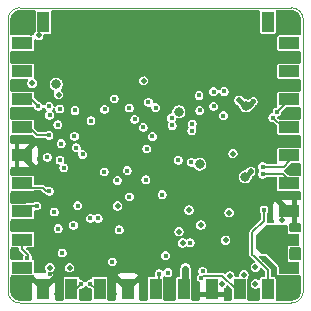
<source format=gbl>
%TF.GenerationSoftware,KiCad,Pcbnew,9.0.1*%
%TF.CreationDate,2025-12-15T19:45:58-06:00*%
%TF.ProjectId,ProtoCore_v1,50726f74-6f43-46f7-9265-5f76312e6b69,rev?*%
%TF.SameCoordinates,Original*%
%TF.FileFunction,Copper,L6,Bot*%
%TF.FilePolarity,Positive*%
%FSLAX46Y46*%
G04 Gerber Fmt 4.6, Leading zero omitted, Abs format (unit mm)*
G04 Created by KiCad (PCBNEW 9.0.1) date 2025-12-15 19:45:58*
%MOMM*%
%LPD*%
G01*
G04 APERTURE LIST*
%TA.AperFunction,SMDPad,CuDef*%
%ADD10R,1.750000X1.000000*%
%TD*%
%TA.AperFunction,SMDPad,CuDef*%
%ADD11R,1.000000X1.750000*%
%TD*%
%TA.AperFunction,SMDPad,CuDef*%
%ADD12C,0.800000*%
%TD*%
%TA.AperFunction,ViaPad*%
%ADD13C,0.450000*%
%TD*%
%TA.AperFunction,ViaPad*%
%ADD14C,0.500000*%
%TD*%
%TA.AperFunction,Conductor*%
%ADD15C,0.400000*%
%TD*%
%TA.AperFunction,Conductor*%
%ADD16C,0.200000*%
%TD*%
%TA.AperFunction,Conductor*%
%ADD17C,0.300000*%
%TD*%
%TA.AperFunction,Conductor*%
%ADD18C,0.157500*%
%TD*%
%TA.AperFunction,Conductor*%
%ADD19C,0.150000*%
%TD*%
%TA.AperFunction,Conductor*%
%ADD20C,0.600000*%
%TD*%
%TA.AperFunction,Conductor*%
%ADD21C,0.500000*%
%TD*%
%TA.AperFunction,Profile*%
%ADD22C,0.100000*%
%TD*%
G04 APERTURE END LIST*
D10*
%TO.P,MOD1,1*%
%TO.N,IO10*%
X138675000Y-109500000D03*
%TO.P,MOD1,2*%
%TO.N,IO7*%
X138675000Y-107125000D03*
%TO.P,MOD1,3*%
%TO.N,IO8*%
X138675000Y-104750000D03*
%TO.P,MOD1,4*%
%TO.N,IO11*%
X138675000Y-102375000D03*
%TO.P,MOD1,5*%
%TO.N,GND*%
X138675000Y-100000000D03*
%TO.P,MOD1,6*%
%TO.N,IO6*%
X138675000Y-97625000D03*
%TO.P,MOD1,7*%
%TO.N,CORE_RESET_N*%
X138675000Y-95250000D03*
%TO.P,MOD1,8*%
%TO.N,IO5*%
X138675000Y-92875000D03*
%TO.P,MOD1,9*%
%TO.N,IO4*%
X138675000Y-90500000D03*
D11*
%TO.P,MOD1,10*%
%TO.N,IO2*%
X140500000Y-88675000D03*
%TO.P,MOD1,11*%
%TO.N,GND*%
X142875000Y-88675000D03*
%TO.P,MOD1,12*%
X145250000Y-88675000D03*
%TO.P,MOD1,16*%
X154750000Y-88675000D03*
%TO.P,MOD1,17*%
X157125000Y-88675000D03*
%TO.P,MOD1,18*%
%TO.N,IO16*%
X159500000Y-88675000D03*
D10*
%TO.P,MOD1,19*%
%TO.N,IO15*%
X161325000Y-90500000D03*
%TO.P,MOD1,20*%
%TO.N,IO14*%
X161325000Y-92875000D03*
%TO.P,MOD1,21*%
%TO.N,IO1*%
X161325000Y-95250000D03*
%TO.P,MOD1,22*%
%TO.N,IO0*%
X161325000Y-97625000D03*
%TO.P,MOD1,23*%
%TO.N,UART0_RX*%
X161325000Y-100000000D03*
%TO.P,MOD1,24*%
%TO.N,UART0_TX*%
X161325000Y-102375000D03*
%TO.P,MOD1,25*%
%TO.N,GND*%
X161325000Y-104750000D03*
%TO.P,MOD1,26*%
%TO.N,VIN*%
X161325000Y-107125000D03*
%TO.P,MOD1,27*%
X161325000Y-109500000D03*
D11*
%TO.P,MOD1,28*%
%TO.N,IO9*%
X159500000Y-111325000D03*
%TO.P,MOD1,29*%
%TO.N,CORE_BOOT_SEL*%
X157125000Y-111325000D03*
%TO.P,MOD1,30*%
%TO.N,GND*%
X154750000Y-111325000D03*
%TO.P,MOD1,31*%
%TO.N,+3V3_AUX*%
X152375000Y-111325000D03*
%TO.P,MOD1,32*%
%TO.N,IO3*%
X150000000Y-111325000D03*
%TO.P,MOD1,33*%
%TO.N,GND*%
X147625000Y-111325000D03*
%TO.P,MOD1,34*%
%TO.N,USB_D+*%
X145250000Y-111325000D03*
%TO.P,MOD1,35*%
%TO.N,USB_D-*%
X142875000Y-111325000D03*
%TO.P,MOD1,36*%
%TO.N,GND*%
X140500000Y-111325000D03*
%TD*%
D12*
%TO.P,TP13,1,1*%
%TO.N,+3V3*%
X157575000Y-101825000D03*
%TD*%
%TO.P,TP7,1,1*%
%TO.N,GND*%
X156800000Y-101025000D03*
%TD*%
%TO.P,TP12,1,1*%
%TO.N,GND*%
X154550000Y-97025000D03*
%TD*%
%TO.P,TP21,1,1*%
%TO.N,+3V3*%
X141600000Y-94000000D03*
%TD*%
%TO.P,TP22,1,1*%
%TO.N,+3V3*%
X151975000Y-96300000D03*
%TD*%
%TO.P,TP2,1,1*%
%TO.N,+3V3*%
X157650000Y-95800000D03*
%TD*%
%TO.P,TP3,1,1*%
%TO.N,CORE_RST_REQ_N*%
X153725000Y-100750000D03*
%TD*%
D13*
%TO.N,GND*%
X146775000Y-104925000D03*
D14*
X141175000Y-90825000D03*
X138250000Y-96437500D03*
D13*
X146110000Y-90400000D03*
D14*
X160687500Y-88250000D03*
X144825000Y-88575000D03*
X146450000Y-88275000D03*
X159250000Y-93275000D03*
X139450000Y-89650000D03*
X138250000Y-105937500D03*
X153825000Y-106575000D03*
X153950000Y-92950000D03*
X141687500Y-88250000D03*
X156175000Y-90625000D03*
X155600000Y-93400000D03*
X161750000Y-91687500D03*
D13*
X151400000Y-108600000D03*
D14*
X161750000Y-101187500D03*
X143825000Y-90925000D03*
D13*
X139450000Y-105785000D03*
X149075000Y-107850000D03*
D14*
X142400000Y-91775000D03*
X155550000Y-104200000D03*
D13*
X159950000Y-95350000D03*
D14*
X142800000Y-89325000D03*
X157525000Y-93750000D03*
X157975000Y-91550000D03*
D13*
X140125000Y-103700000D03*
D14*
X151525000Y-104612500D03*
X158975000Y-90425000D03*
X146650000Y-92970000D03*
X144050000Y-91900000D03*
D13*
X147575000Y-109400000D03*
D14*
X156625000Y-104225000D03*
X140050000Y-92000000D03*
X152325000Y-93425000D03*
D13*
X148350000Y-108550000D03*
X146110000Y-91399500D03*
X160325000Y-110900000D03*
D14*
X153125000Y-94400000D03*
X143800000Y-89850000D03*
X146630000Y-93770000D03*
D13*
X142075000Y-107500000D03*
X153375000Y-108275000D03*
D14*
X151225000Y-101700000D03*
X154640000Y-105940000D03*
D13*
X141675000Y-101050000D03*
D14*
X146437500Y-111750000D03*
X154637500Y-110687500D03*
D13*
X140175000Y-107425000D03*
D14*
X153450000Y-89485000D03*
D13*
X153579696Y-97628250D03*
D14*
X155937500Y-88250000D03*
X156125000Y-92075000D03*
X148812500Y-111750000D03*
D13*
X139925000Y-108437499D03*
D14*
X152750000Y-96350000D03*
X142925000Y-93125000D03*
X161750000Y-108312500D03*
X138250000Y-91687500D03*
D13*
X142425000Y-110050000D03*
X156050000Y-98850000D03*
D14*
X155325000Y-89525000D03*
X153450000Y-90775000D03*
X154125000Y-88875000D03*
X153462500Y-88250000D03*
D13*
X159200000Y-108825000D03*
X151786759Y-99861782D03*
D14*
X153775000Y-104125000D03*
X155937500Y-105500000D03*
X146690000Y-91880000D03*
D13*
X144710000Y-90400000D03*
D14*
X139312500Y-111750000D03*
D13*
X143525000Y-108425000D03*
X151600000Y-109975000D03*
D14*
X161750000Y-94062500D03*
X154640000Y-108315000D03*
X144062500Y-111750000D03*
D13*
X140125000Y-100275000D03*
D14*
X138250000Y-110687500D03*
D13*
X144710000Y-91400500D03*
D14*
X160687500Y-111750000D03*
X138250000Y-108312500D03*
X155925000Y-106250000D03*
X158312500Y-111750000D03*
X150375000Y-92475000D03*
X152160000Y-90775000D03*
D13*
X149375000Y-102700000D03*
D14*
X138250000Y-103562500D03*
X141375000Y-89525000D03*
X151225000Y-94450000D03*
X161750000Y-103562500D03*
D13*
X155325000Y-96275000D03*
D14*
X152825000Y-91450000D03*
X148925000Y-91350000D03*
D13*
X159075000Y-110100000D03*
X146110000Y-92399500D03*
D14*
X138250000Y-89312500D03*
X138250000Y-98812500D03*
X138250000Y-94062500D03*
X155937500Y-111750000D03*
X138250000Y-101187500D03*
D13*
X144051637Y-110524248D03*
X144710000Y-92400000D03*
X152525000Y-108287500D03*
D14*
X146600000Y-88975000D03*
X148290000Y-90775000D03*
D13*
X141350000Y-103775000D03*
D14*
X147000000Y-90775000D03*
D13*
X144800000Y-105775000D03*
D14*
X144160000Y-93000000D03*
X148943465Y-93075827D03*
D13*
X156550000Y-96925000D03*
X141044098Y-110077500D03*
D14*
X157700000Y-106250000D03*
X150250000Y-91400000D03*
X157050000Y-94724997D03*
D13*
X160800000Y-110375000D03*
D14*
X144000000Y-88250000D03*
D13*
X144710000Y-89400500D03*
D14*
X159650000Y-91900000D03*
X147650000Y-91425000D03*
X151975000Y-105850000D03*
X158312500Y-105500000D03*
X144230000Y-93780000D03*
X149175000Y-98775000D03*
D13*
X146402782Y-109544474D03*
D14*
X149580000Y-90775000D03*
X160687500Y-105500000D03*
X151187500Y-111750000D03*
X157000000Y-100250000D03*
X154150000Y-90125000D03*
X157525000Y-89575000D03*
X161750000Y-96437500D03*
X161750000Y-98812500D03*
X145625000Y-88975000D03*
X147396643Y-97764828D03*
X152481250Y-95400000D03*
D13*
X144830000Y-93410000D03*
D14*
X161750000Y-89312500D03*
X150850000Y-95750000D03*
X147398026Y-99548026D03*
X161750000Y-110687500D03*
D13*
X141020000Y-97560000D03*
D14*
X158312500Y-88250000D03*
X139312500Y-88250000D03*
D13*
X147200000Y-101700000D03*
D14*
X154200000Y-91350000D03*
X150870000Y-90775000D03*
D13*
X153350000Y-110875000D03*
X157870002Y-95014297D03*
X159975000Y-109650000D03*
D14*
X145601974Y-99551974D03*
X157625734Y-100925734D03*
X141687500Y-111750000D03*
D13*
X145990000Y-93410000D03*
D14*
X141175000Y-93325000D03*
X145600592Y-97764828D03*
X153575000Y-111750000D03*
D13*
X147125000Y-106850000D03*
X151425000Y-98075000D03*
D14*
X151550000Y-91375000D03*
X161750000Y-105937500D03*
%TO.N,+3V3*%
X139550000Y-93900000D03*
X157475000Y-110100000D03*
X151975000Y-106450000D03*
X156550000Y-99850000D03*
X141044098Y-109502500D03*
D13*
X142225003Y-101050000D03*
D14*
X152025000Y-96350000D03*
X141775000Y-94850000D03*
X157075000Y-95325000D03*
X158450000Y-110875000D03*
X158050000Y-101350000D03*
X155925000Y-107175000D03*
D13*
X153015000Y-100575000D03*
D14*
X146775000Y-104277297D03*
X156225000Y-104850000D03*
D13*
X154900000Y-94600000D03*
D14*
X153825000Y-105900000D03*
X148975000Y-93675000D03*
X142707149Y-109510702D03*
X156275000Y-110224999D03*
X152825000Y-104625000D03*
X158450000Y-109475000D03*
D13*
X141020000Y-96600000D03*
X158268355Y-95425659D03*
D14*
X155600000Y-110875000D03*
X141575000Y-93875000D03*
X152275000Y-107412500D03*
D13*
%TO.N,VIN*%
X159900000Y-107475000D03*
X160800000Y-107125000D03*
X159600000Y-106150000D03*
X159025000Y-108075000D03*
X160800000Y-108175000D03*
%TO.N,/Microcontroller/BOOT1*%
X155800000Y-94585000D03*
X147766915Y-95991915D03*
%TO.N,/Microcontroller/UART0_RX_MCU*%
X149390202Y-95500000D03*
X153675000Y-94925000D03*
%TO.N,I2C0_SCL*%
X143400000Y-104250000D03*
X141740000Y-106200000D03*
X143040000Y-105910000D03*
X141400000Y-104800000D03*
%TO.N,USB_D-*%
X144475000Y-105325000D03*
X143650000Y-110900000D03*
%TO.N,USB_D+*%
X144476248Y-110873830D03*
X145125000Y-105325000D03*
%TO.N,UART0_RX*%
X153725000Y-96200000D03*
X159050000Y-100950000D03*
%TO.N,EMMC_DAT1*%
X154900000Y-95850000D03*
X151390420Y-97467520D03*
%TO.N,EMMC_DAT2*%
X155740631Y-96635214D03*
X151900000Y-100400000D03*
%TO.N,EMMC_DAT3*%
X149245343Y-99454657D03*
X153065209Y-97909768D03*
%TO.N,EMMC_DAT0*%
X153099420Y-97334595D03*
X149725000Y-98400000D03*
%TO.N,IO4*%
X141887500Y-96075000D03*
D14*
X139200000Y-90500000D03*
D13*
%TO.N,QSPI_IO3*%
X150837500Y-108487500D03*
X146750000Y-102125000D03*
%TO.N,IO2*%
X143175000Y-96200000D03*
D14*
X140100000Y-89825000D03*
D13*
%TO.N,IO0*%
X145669818Y-96105182D03*
X159925000Y-96800000D03*
%TO.N,UART0_TX*%
X150000000Y-95950000D03*
X159050000Y-101600000D03*
%TO.N,IO7*%
X142000000Y-99000000D03*
X139150000Y-108674998D03*
%TO.N,IO11*%
X141000000Y-103025000D03*
X143825000Y-99925000D03*
%TO.N,IO9*%
X153984788Y-109802692D03*
X159175000Y-104625000D03*
X143275000Y-99350000D03*
%TO.N,QSPI_IO2*%
X146325000Y-109000000D03*
X147775000Y-103500000D03*
%TO.N,QSPI_IO0*%
X149175000Y-102075000D03*
X151050000Y-109925000D03*
%TO.N,IO10*%
X141900000Y-100400000D03*
X139275000Y-109500000D03*
%TO.N,IO8*%
X140825000Y-100150000D03*
X139925000Y-104275000D03*
%TO.N,IO5*%
X141725000Y-97400000D03*
X139250000Y-93025000D03*
%TO.N,IO14*%
X160700000Y-92850000D03*
X151350000Y-96825000D03*
%TO.N,IO1*%
X160275000Y-96325000D03*
X144525000Y-97075000D03*
%TO.N,IO6*%
X140975000Y-98300000D03*
%TO.N,QSPI_IO1*%
X146912500Y-106312500D03*
X147587500Y-101287500D03*
%TO.N,IO3*%
X143125000Y-98375000D03*
X150300000Y-110025000D03*
%TO.N,INT_IMU*%
X142087499Y-108262500D03*
X145650000Y-101400000D03*
%TO.N,+3V3_AUX*%
X152525000Y-110225000D03*
X152525000Y-109600000D03*
%TO.N,CORE_BOOT_SEL*%
X140975000Y-95850000D03*
X153875000Y-110375000D03*
D14*
%TO.N,IO16*%
X159500000Y-89250000D03*
D13*
X148225000Y-96950000D03*
%TO.N,CORE_RESET_N*%
X140080000Y-95850000D03*
%TO.N,3V3_AUX_EN*%
X152925000Y-107412500D03*
X150550000Y-103325000D03*
%TO.N,CORE_RST_REQ_N*%
X146500000Y-95200000D03*
X153595000Y-100725000D03*
D14*
%TO.N,IO15*%
X160750000Y-90675000D03*
D13*
X148950000Y-97625000D03*
%TD*%
D15*
%TO.N,GND*%
X155175000Y-111750000D02*
X154750000Y-111325000D01*
X153562500Y-111750000D02*
X154325000Y-111750000D01*
X161750000Y-104325000D02*
X161325000Y-104750000D01*
D16*
X138250000Y-99575000D02*
X138675000Y-100000000D01*
D15*
X161750000Y-105937500D02*
X161750000Y-105175000D01*
D17*
X138250000Y-101187500D02*
X138250000Y-100425000D01*
X138250000Y-98812500D02*
X138250000Y-99575000D01*
D15*
X161750000Y-103562500D02*
X161750000Y-104325000D01*
X155937500Y-111750000D02*
X155175000Y-111750000D01*
X154325000Y-111750000D02*
X154750000Y-111325000D01*
X161750000Y-105175000D02*
X161325000Y-104750000D01*
D16*
X138250000Y-100425000D02*
X138675000Y-100000000D01*
D15*
%TO.N,+3V3*%
X157550000Y-95800000D02*
X157075000Y-95325000D01*
X158268355Y-95425659D02*
X157894014Y-95800000D01*
D17*
X157075000Y-95325000D02*
X157175000Y-95325000D01*
D15*
X157650000Y-95800000D02*
X157550000Y-95800000D01*
X157894014Y-95800000D02*
X157650000Y-95800000D01*
X157575000Y-101825000D02*
X158050000Y-101350000D01*
D18*
%TO.N,USB_D-*%
X142875000Y-111325000D02*
X143225000Y-111325000D01*
X143225000Y-111325000D02*
X143650000Y-110900000D01*
%TO.N,USB_D+*%
X144927418Y-111325000D02*
X144476248Y-110873830D01*
X145250000Y-111325000D02*
X145250000Y-110675000D01*
X145675000Y-110900000D02*
X145250000Y-111325000D01*
X145250000Y-111325000D02*
X144927418Y-111325000D01*
D16*
%TO.N,UART0_RX*%
X159050000Y-100950000D02*
X160850000Y-100950000D01*
X160850000Y-100950000D02*
X161325000Y-100475000D01*
X161325000Y-100475000D02*
X161325000Y-100000000D01*
D19*
%TO.N,IO4*%
X138675000Y-90500000D02*
X139200000Y-90500000D01*
D16*
%TO.N,IO2*%
X140100000Y-89075000D02*
X140500000Y-88675000D01*
X140100000Y-89825000D02*
X140100000Y-89075000D01*
D19*
%TO.N,IO0*%
X159925000Y-96800000D02*
X160750000Y-97625000D01*
X161025000Y-97625000D02*
X161325000Y-97325000D01*
X161325000Y-97325000D02*
X161325000Y-97625000D01*
X160750000Y-97625000D02*
X161025000Y-97625000D01*
D16*
%TO.N,UART0_TX*%
X159050000Y-101600000D02*
X160800000Y-101600000D01*
X161325000Y-102125000D02*
X161325000Y-102375000D01*
X160800000Y-101600000D02*
X161325000Y-102125000D01*
%TO.N,IO7*%
X138675000Y-107925000D02*
X138675000Y-107125000D01*
X139219096Y-108469096D02*
X138675000Y-107925000D01*
X139219096Y-108484863D02*
X139219096Y-108469096D01*
D19*
%TO.N,IO11*%
X140725000Y-103025000D02*
X140450000Y-102750000D01*
X140450000Y-102750000D02*
X139050000Y-102750000D01*
X141000000Y-103025000D02*
X140725000Y-103025000D01*
X139050000Y-102750000D02*
X138675000Y-102375000D01*
X138675000Y-102125000D02*
X138675000Y-102375000D01*
X139075000Y-102775000D02*
X138675000Y-102375000D01*
D16*
%TO.N,IO9*%
X158175000Y-108397545D02*
X158325000Y-108547545D01*
X159175000Y-104625000D02*
X159175000Y-105525000D01*
X159175000Y-105525000D02*
X158175000Y-106525000D01*
X158175000Y-106525000D02*
X158175000Y-108397545D01*
D19*
X159526000Y-109748545D02*
X158325000Y-108547545D01*
X159526000Y-111299000D02*
X159526000Y-109748545D01*
D16*
X159500000Y-111325000D02*
X159526000Y-111299000D01*
%TO.N,IO10*%
X139275000Y-109500000D02*
X138675000Y-109500000D01*
%TO.N,IO8*%
X139150000Y-104275000D02*
X138675000Y-104750000D01*
X139925000Y-104275000D02*
X139150000Y-104275000D01*
D15*
X138700000Y-104750000D02*
X138675000Y-104750000D01*
D16*
%TO.N,IO5*%
X139100000Y-92875000D02*
X139250000Y-93025000D01*
X138675000Y-92875000D02*
X139100000Y-92875000D01*
%TO.N,IO1*%
X160275000Y-96325000D02*
X160275000Y-96322458D01*
X161325000Y-95272458D02*
X161325000Y-95250000D01*
X160275000Y-96322458D02*
X161325000Y-95272458D01*
%TO.N,IO6*%
X140975000Y-98300000D02*
X139975000Y-98300000D01*
X139975000Y-98300000D02*
X139300000Y-97625000D01*
X139300000Y-97625000D02*
X138675000Y-97625000D01*
%TO.N,IO3*%
X150300000Y-111025000D02*
X150000000Y-111325000D01*
X150300000Y-110025000D02*
X150300000Y-111025000D01*
D20*
%TO.N,+3V3_AUX*%
X152525000Y-109600000D02*
X152525000Y-110225000D01*
D15*
X152375000Y-111325000D02*
X152375000Y-110950000D01*
D21*
X152525000Y-111175000D02*
X152375000Y-111325000D01*
D20*
X152525000Y-110225000D02*
X152525000Y-111175000D01*
D19*
%TO.N,CORE_BOOT_SEL*%
X156772546Y-111325000D02*
X157125000Y-111325000D01*
X155647546Y-110200000D02*
X156772546Y-111325000D01*
X154050000Y-110200000D02*
X155647546Y-110200000D01*
X153875000Y-110375000D02*
X154050000Y-110200000D01*
X157125000Y-111325000D02*
X157125000Y-110975000D01*
X157525000Y-111325000D02*
X157125000Y-111325000D01*
D16*
%TO.N,CORE_RESET_N*%
X140130000Y-95900000D02*
X139480000Y-95250000D01*
X139480000Y-95250000D02*
X138675000Y-95250000D01*
D19*
%TO.N,IO15*%
X160925000Y-90500000D02*
X160750000Y-90675000D01*
X161325000Y-90500000D02*
X160925000Y-90500000D01*
%TD*%
%TA.AperFunction,Conductor*%
%TO.N,GND*%
G36*
X158792539Y-87720185D02*
G01*
X158838294Y-87772989D01*
X158849500Y-87824500D01*
X158849500Y-89564820D01*
X158849500Y-89564822D01*
X158849499Y-89564822D01*
X158858231Y-89608717D01*
X158858232Y-89608721D01*
X158858233Y-89608722D01*
X158891496Y-89658504D01*
X158941278Y-89691767D01*
X158941281Y-89691767D01*
X158941282Y-89691768D01*
X158985177Y-89700500D01*
X159700000Y-89700500D01*
X159700000Y-96496313D01*
X159694436Y-96499526D01*
X159624526Y-96569436D01*
X159575091Y-96655059D01*
X159575091Y-96655060D01*
X159575090Y-96655062D01*
X159549500Y-96750565D01*
X159549500Y-96849435D01*
X159575090Y-96944938D01*
X159575091Y-96944939D01*
X159575091Y-96944940D01*
X159588337Y-96967882D01*
X159624525Y-97030562D01*
X159694438Y-97100475D01*
X159700000Y-97103686D01*
X159700000Y-100699500D01*
X159381899Y-100699500D01*
X159314860Y-100679815D01*
X159294218Y-100663181D01*
X159280563Y-100649526D01*
X159280562Y-100649525D01*
X159194938Y-100600090D01*
X159099435Y-100574500D01*
X159000565Y-100574500D01*
X158905062Y-100600090D01*
X158905060Y-100600091D01*
X158905059Y-100600091D01*
X158819436Y-100649526D01*
X158749526Y-100719436D01*
X158700091Y-100805059D01*
X158700091Y-100805060D01*
X158700090Y-100805062D01*
X158674500Y-100900565D01*
X158674500Y-100999435D01*
X158700090Y-101094938D01*
X158700091Y-101094939D01*
X158700091Y-101094940D01*
X158702686Y-101099435D01*
X158743101Y-101169436D01*
X158749526Y-101180563D01*
X158756282Y-101187319D01*
X158789767Y-101248642D01*
X158784783Y-101318334D01*
X158756282Y-101362681D01*
X158749526Y-101369436D01*
X158700091Y-101455059D01*
X158700091Y-101455060D01*
X158700090Y-101455062D01*
X158674500Y-101550565D01*
X158674500Y-101649435D01*
X158700090Y-101744938D01*
X158700091Y-101744939D01*
X158700091Y-101744940D01*
X158713337Y-101767882D01*
X158749525Y-101830562D01*
X158819438Y-101900475D01*
X158905062Y-101949910D01*
X159000565Y-101975500D01*
X159000567Y-101975500D01*
X159099432Y-101975500D01*
X159099435Y-101975500D01*
X159194938Y-101949910D01*
X159280562Y-101900475D01*
X159294218Y-101886819D01*
X159355541Y-101853334D01*
X159381899Y-101850500D01*
X159700000Y-101850500D01*
X159700000Y-103250000D01*
X150918650Y-103250000D01*
X150899910Y-103180062D01*
X150850475Y-103094438D01*
X150780562Y-103024525D01*
X150694938Y-102975090D01*
X150599435Y-102949500D01*
X150500565Y-102949500D01*
X150405062Y-102975090D01*
X150405060Y-102975091D01*
X150405059Y-102975091D01*
X150319436Y-103024526D01*
X150249526Y-103094436D01*
X150200091Y-103180059D01*
X150200091Y-103180060D01*
X150200090Y-103180062D01*
X150181350Y-103250000D01*
X148056037Y-103250000D01*
X148005562Y-103199525D01*
X147919938Y-103150090D01*
X147824435Y-103124500D01*
X147725565Y-103124500D01*
X147630062Y-103150090D01*
X147630060Y-103150091D01*
X147630059Y-103150091D01*
X147544436Y-103199526D01*
X147493962Y-103250000D01*
X141303686Y-103250000D01*
X141349910Y-103169938D01*
X141375500Y-103074435D01*
X141375500Y-102975565D01*
X141349910Y-102880062D01*
X141300475Y-102794438D01*
X141230562Y-102724525D01*
X141144938Y-102675090D01*
X141049435Y-102649500D01*
X140950565Y-102649500D01*
X140855062Y-102675090D01*
X140855060Y-102675090D01*
X140855060Y-102675091D01*
X140855057Y-102675092D01*
X140835348Y-102686471D01*
X140808288Y-102693034D01*
X140782196Y-102702767D01*
X140774800Y-102701158D01*
X140767447Y-102702942D01*
X140741133Y-102693834D01*
X140713923Y-102687915D01*
X140705229Y-102681407D01*
X140701421Y-102680089D01*
X140685669Y-102666764D01*
X140658610Y-102639705D01*
X140641170Y-102622264D01*
X140600000Y-102581094D01*
X140600000Y-102075565D01*
X146374500Y-102075565D01*
X146374500Y-102174435D01*
X146400090Y-102269938D01*
X146449525Y-102355562D01*
X146519438Y-102425475D01*
X146605062Y-102474910D01*
X146700565Y-102500500D01*
X146700567Y-102500500D01*
X146799432Y-102500500D01*
X146799435Y-102500500D01*
X146894938Y-102474910D01*
X146980562Y-102425475D01*
X147050475Y-102355562D01*
X147099910Y-102269938D01*
X147125500Y-102174435D01*
X147125500Y-102075565D01*
X147112103Y-102025565D01*
X148799500Y-102025565D01*
X148799500Y-102124435D01*
X148825090Y-102219938D01*
X148874525Y-102305562D01*
X148944438Y-102375475D01*
X149030062Y-102424910D01*
X149125565Y-102450500D01*
X149125567Y-102450500D01*
X149224432Y-102450500D01*
X149224435Y-102450500D01*
X149319938Y-102424910D01*
X149405562Y-102375475D01*
X149475475Y-102305562D01*
X149524910Y-102219938D01*
X149550500Y-102124435D01*
X149550500Y-102025565D01*
X149524910Y-101930062D01*
X149475475Y-101844438D01*
X149405562Y-101774525D01*
X149367457Y-101752525D01*
X157024500Y-101752525D01*
X157024500Y-101897475D01*
X157058822Y-102025565D01*
X157062017Y-102037488D01*
X157134488Y-102163011D01*
X157134490Y-102163013D01*
X157134491Y-102163015D01*
X157236985Y-102265509D01*
X157236986Y-102265510D01*
X157236988Y-102265511D01*
X157362511Y-102337982D01*
X157362512Y-102337982D01*
X157362515Y-102337984D01*
X157502525Y-102375500D01*
X157502528Y-102375500D01*
X157647472Y-102375500D01*
X157647475Y-102375500D01*
X157787485Y-102337984D01*
X157913015Y-102265509D01*
X158015509Y-102163015D01*
X158087984Y-102037485D01*
X158125500Y-101897475D01*
X158125500Y-101838819D01*
X158145185Y-101771780D01*
X158197989Y-101726025D01*
X158202057Y-101724254D01*
X158204577Y-101723209D01*
X158204587Y-101723207D01*
X158295913Y-101670480D01*
X158370480Y-101595913D01*
X158423207Y-101504587D01*
X158450500Y-101402727D01*
X158450500Y-101297273D01*
X158423207Y-101195413D01*
X158370480Y-101104087D01*
X158295913Y-101029520D01*
X158204587Y-100976793D01*
X158102727Y-100949500D01*
X157997273Y-100949500D01*
X157895413Y-100976793D01*
X157895410Y-100976794D01*
X157804085Y-101029521D01*
X157729522Y-101104084D01*
X157729520Y-101104086D01*
X157729520Y-101104087D01*
X157696093Y-101161983D01*
X157676794Y-101195411D01*
X157675743Y-101197949D01*
X157674282Y-101199762D01*
X157672729Y-101202452D01*
X157672309Y-101202209D01*
X157631904Y-101252354D01*
X157565610Y-101274421D01*
X157561180Y-101274500D01*
X157502525Y-101274500D01*
X157373993Y-101308940D01*
X157362511Y-101312017D01*
X157236988Y-101384488D01*
X157236982Y-101384493D01*
X157134493Y-101486982D01*
X157134488Y-101486988D01*
X157062017Y-101612511D01*
X157062016Y-101612515D01*
X157024500Y-101752525D01*
X149367457Y-101752525D01*
X149319938Y-101725090D01*
X149224435Y-101699500D01*
X149125565Y-101699500D01*
X149030062Y-101725090D01*
X149030060Y-101725091D01*
X149030059Y-101725091D01*
X148944436Y-101774526D01*
X148874526Y-101844436D01*
X148825091Y-101930059D01*
X148825091Y-101930060D01*
X148825090Y-101930062D01*
X148799500Y-102025565D01*
X147112103Y-102025565D01*
X147099910Y-101980062D01*
X147050475Y-101894438D01*
X146980562Y-101824525D01*
X146894938Y-101775090D01*
X146799435Y-101749500D01*
X146700565Y-101749500D01*
X146605062Y-101775090D01*
X146605060Y-101775091D01*
X146605059Y-101775091D01*
X146519436Y-101824526D01*
X146449526Y-101894436D01*
X146400091Y-101980059D01*
X146400091Y-101980060D01*
X146400090Y-101980062D01*
X146374500Y-102075565D01*
X140600000Y-102075565D01*
X140600000Y-100453686D01*
X140680062Y-100499910D01*
X140775565Y-100525500D01*
X140775567Y-100525500D01*
X140874432Y-100525500D01*
X140874435Y-100525500D01*
X140969938Y-100499910D01*
X141055562Y-100450475D01*
X141125475Y-100380562D01*
X141142794Y-100350565D01*
X141524500Y-100350565D01*
X141524500Y-100449435D01*
X141550090Y-100544938D01*
X141599525Y-100630562D01*
X141669438Y-100700475D01*
X141755062Y-100749910D01*
X141786067Y-100758217D01*
X141845726Y-100794582D01*
X141876255Y-100857429D01*
X141873747Y-100910085D01*
X141859706Y-100962488D01*
X141849503Y-101000565D01*
X141849503Y-101099435D01*
X141875093Y-101194938D01*
X141875094Y-101194939D01*
X141875094Y-101194940D01*
X141875366Y-101195411D01*
X141924528Y-101280562D01*
X141994441Y-101350475D01*
X142080065Y-101399910D01*
X142175568Y-101425500D01*
X142175570Y-101425500D01*
X142274435Y-101425500D01*
X142274438Y-101425500D01*
X142369941Y-101399910D01*
X142455409Y-101350565D01*
X145274500Y-101350565D01*
X145274500Y-101449435D01*
X145300090Y-101544938D01*
X145349525Y-101630562D01*
X145419438Y-101700475D01*
X145505062Y-101749910D01*
X145600565Y-101775500D01*
X145600567Y-101775500D01*
X145699432Y-101775500D01*
X145699435Y-101775500D01*
X145794938Y-101749910D01*
X145880562Y-101700475D01*
X145950475Y-101630562D01*
X145999910Y-101544938D01*
X146025500Y-101449435D01*
X146025500Y-101350565D01*
X145999910Y-101255062D01*
X145990097Y-101238065D01*
X147212000Y-101238065D01*
X147212000Y-101336935D01*
X147237590Y-101432438D01*
X147287025Y-101518062D01*
X147356938Y-101587975D01*
X147442562Y-101637410D01*
X147538065Y-101663000D01*
X147538067Y-101663000D01*
X147636932Y-101663000D01*
X147636935Y-101663000D01*
X147732438Y-101637410D01*
X147818062Y-101587975D01*
X147887975Y-101518062D01*
X147937410Y-101432438D01*
X147963000Y-101336935D01*
X147963000Y-101238065D01*
X147937410Y-101142562D01*
X147887975Y-101056938D01*
X147818062Y-100987025D01*
X147732438Y-100937590D01*
X147636935Y-100912000D01*
X147538065Y-100912000D01*
X147442562Y-100937590D01*
X147442560Y-100937591D01*
X147442559Y-100937591D01*
X147356936Y-100987026D01*
X147287026Y-101056936D01*
X147237591Y-101142559D01*
X147237591Y-101142560D01*
X147237590Y-101142562D01*
X147212000Y-101238065D01*
X145990097Y-101238065D01*
X145950475Y-101169438D01*
X145880562Y-101099525D01*
X145794938Y-101050090D01*
X145699435Y-101024500D01*
X145600565Y-101024500D01*
X145505062Y-101050090D01*
X145505060Y-101050091D01*
X145505059Y-101050091D01*
X145419436Y-101099526D01*
X145349526Y-101169436D01*
X145300091Y-101255059D01*
X145300091Y-101255060D01*
X145300090Y-101255062D01*
X145274500Y-101350565D01*
X142455409Y-101350565D01*
X142455565Y-101350475D01*
X142525478Y-101280562D01*
X142574913Y-101194938D01*
X142600503Y-101099435D01*
X142600503Y-101000565D01*
X142574913Y-100905062D01*
X142525478Y-100819438D01*
X142455565Y-100749525D01*
X142370608Y-100700475D01*
X142369943Y-100700091D01*
X142369938Y-100700089D01*
X142338934Y-100691781D01*
X142279274Y-100655415D01*
X142248746Y-100592567D01*
X142251254Y-100539919D01*
X142275500Y-100449435D01*
X142275500Y-100350565D01*
X151524500Y-100350565D01*
X151524500Y-100449435D01*
X151550090Y-100544938D01*
X151599525Y-100630562D01*
X151669438Y-100700475D01*
X151755062Y-100749910D01*
X151850565Y-100775500D01*
X151850567Y-100775500D01*
X151949432Y-100775500D01*
X151949435Y-100775500D01*
X152044938Y-100749910D01*
X152130562Y-100700475D01*
X152200475Y-100630562D01*
X152249910Y-100544938D01*
X152255101Y-100525565D01*
X152639500Y-100525565D01*
X152639500Y-100624435D01*
X152665090Y-100719938D01*
X152714525Y-100805562D01*
X152784438Y-100875475D01*
X152870062Y-100924910D01*
X152965565Y-100950500D01*
X152965567Y-100950500D01*
X153064432Y-100950500D01*
X153064435Y-100950500D01*
X153094347Y-100942485D01*
X153164194Y-100944148D01*
X153222056Y-100983310D01*
X153233824Y-101000258D01*
X153284491Y-101088015D01*
X153386985Y-101190509D01*
X153386986Y-101190510D01*
X153386988Y-101190511D01*
X153512511Y-101262982D01*
X153512512Y-101262982D01*
X153512515Y-101262984D01*
X153652525Y-101300500D01*
X153652528Y-101300500D01*
X153797472Y-101300500D01*
X153797475Y-101300500D01*
X153937485Y-101262984D01*
X154063015Y-101190509D01*
X154165509Y-101088015D01*
X154237984Y-100962485D01*
X154275500Y-100822475D01*
X154275500Y-100677525D01*
X154237984Y-100537515D01*
X154187731Y-100450475D01*
X154165511Y-100411988D01*
X154165506Y-100411982D01*
X154063017Y-100309493D01*
X154063011Y-100309488D01*
X153937488Y-100237017D01*
X153937489Y-100237017D01*
X153926006Y-100233940D01*
X153797475Y-100199500D01*
X153652525Y-100199500D01*
X153523993Y-100233940D01*
X153512511Y-100237017D01*
X153401894Y-100300882D01*
X153333993Y-100317355D01*
X153267967Y-100294502D01*
X153252213Y-100281176D01*
X153245563Y-100274526D01*
X153245562Y-100274525D01*
X153159938Y-100225090D01*
X153064435Y-100199500D01*
X152965565Y-100199500D01*
X152870062Y-100225090D01*
X152870060Y-100225091D01*
X152870059Y-100225091D01*
X152784436Y-100274526D01*
X152714526Y-100344436D01*
X152665091Y-100430059D01*
X152665091Y-100430060D01*
X152665090Y-100430062D01*
X152639500Y-100525565D01*
X152255101Y-100525565D01*
X152275500Y-100449435D01*
X152275500Y-100350565D01*
X152249910Y-100255062D01*
X152200475Y-100169438D01*
X152130562Y-100099525D01*
X152044938Y-100050090D01*
X151949435Y-100024500D01*
X151850565Y-100024500D01*
X151755062Y-100050090D01*
X151755060Y-100050091D01*
X151755059Y-100050091D01*
X151669436Y-100099526D01*
X151599526Y-100169436D01*
X151550091Y-100255059D01*
X151550091Y-100255060D01*
X151550090Y-100255062D01*
X151524500Y-100350565D01*
X142275500Y-100350565D01*
X142249910Y-100255062D01*
X142200475Y-100169438D01*
X142130562Y-100099525D01*
X142044938Y-100050090D01*
X141949435Y-100024500D01*
X141850565Y-100024500D01*
X141755062Y-100050090D01*
X141755060Y-100050091D01*
X141755059Y-100050091D01*
X141669436Y-100099526D01*
X141599526Y-100169436D01*
X141550091Y-100255059D01*
X141550091Y-100255060D01*
X141550090Y-100255062D01*
X141524500Y-100350565D01*
X141142794Y-100350565D01*
X141174910Y-100294938D01*
X141200500Y-100199435D01*
X141200500Y-100100565D01*
X141174910Y-100005062D01*
X141125475Y-99919438D01*
X141055562Y-99849525D01*
X140969938Y-99800090D01*
X140874435Y-99774500D01*
X140775565Y-99774500D01*
X140680062Y-99800090D01*
X140680060Y-99800091D01*
X140680059Y-99800091D01*
X140600000Y-99846313D01*
X140600000Y-98950565D01*
X141624500Y-98950565D01*
X141624500Y-99049435D01*
X141650090Y-99144938D01*
X141699525Y-99230562D01*
X141769438Y-99300475D01*
X141855062Y-99349910D01*
X141950565Y-99375500D01*
X141950567Y-99375500D01*
X142049432Y-99375500D01*
X142049435Y-99375500D01*
X142144938Y-99349910D01*
X142230406Y-99300565D01*
X142899500Y-99300565D01*
X142899500Y-99399435D01*
X142925090Y-99494938D01*
X142974525Y-99580562D01*
X143044438Y-99650475D01*
X143130062Y-99699910D01*
X143225565Y-99725500D01*
X143225567Y-99725500D01*
X143328110Y-99725500D01*
X143395149Y-99745185D01*
X143440904Y-99797989D01*
X143450848Y-99867147D01*
X143450179Y-99870407D01*
X143449500Y-99875563D01*
X143449500Y-99875565D01*
X143449500Y-99974435D01*
X143475090Y-100069938D01*
X143524525Y-100155562D01*
X143594438Y-100225475D01*
X143680062Y-100274910D01*
X143775565Y-100300500D01*
X143775567Y-100300500D01*
X143874432Y-100300500D01*
X143874435Y-100300500D01*
X143969938Y-100274910D01*
X144055562Y-100225475D01*
X144125475Y-100155562D01*
X144174910Y-100069938D01*
X144200500Y-99974435D01*
X144200500Y-99875565D01*
X144174910Y-99780062D01*
X144125475Y-99694438D01*
X144055562Y-99624525D01*
X143969938Y-99575090D01*
X143874435Y-99549500D01*
X143775565Y-99549500D01*
X143771890Y-99549500D01*
X143704851Y-99529815D01*
X143659096Y-99477011D01*
X143648410Y-99414154D01*
X143649230Y-99405222D01*
X148869843Y-99405222D01*
X148869843Y-99504092D01*
X148895433Y-99599595D01*
X148944868Y-99685219D01*
X149014781Y-99755132D01*
X149100405Y-99804567D01*
X149195908Y-99830157D01*
X149195910Y-99830157D01*
X149294775Y-99830157D01*
X149294778Y-99830157D01*
X149390281Y-99804567D01*
X149402915Y-99797273D01*
X156149500Y-99797273D01*
X156149500Y-99902726D01*
X156176793Y-100004586D01*
X156176794Y-100004589D01*
X156177066Y-100005060D01*
X156229520Y-100095913D01*
X156304087Y-100170480D01*
X156395413Y-100223207D01*
X156497273Y-100250500D01*
X156497275Y-100250500D01*
X156602725Y-100250500D01*
X156602727Y-100250500D01*
X156704587Y-100223207D01*
X156795913Y-100170480D01*
X156870480Y-100095913D01*
X156923207Y-100004587D01*
X156950500Y-99902727D01*
X156950500Y-99797273D01*
X156923207Y-99695413D01*
X156870480Y-99604087D01*
X156795913Y-99529520D01*
X156704587Y-99476793D01*
X156602727Y-99449500D01*
X156497273Y-99449500D01*
X156395413Y-99476793D01*
X156395410Y-99476794D01*
X156304085Y-99529521D01*
X156229521Y-99604085D01*
X156176794Y-99695410D01*
X156176793Y-99695413D01*
X156149500Y-99797273D01*
X149402915Y-99797273D01*
X149475905Y-99755132D01*
X149545818Y-99685219D01*
X149595253Y-99599595D01*
X149620843Y-99504092D01*
X149620843Y-99405222D01*
X149595253Y-99309719D01*
X149545818Y-99224095D01*
X149475905Y-99154182D01*
X149390281Y-99104747D01*
X149294778Y-99079157D01*
X149195908Y-99079157D01*
X149100405Y-99104747D01*
X149100403Y-99104748D01*
X149100402Y-99104748D01*
X149014779Y-99154183D01*
X148944869Y-99224093D01*
X148895434Y-99309716D01*
X148895434Y-99309717D01*
X148895433Y-99309719D01*
X148869843Y-99405222D01*
X143649230Y-99405222D01*
X143649377Y-99403624D01*
X143650500Y-99399435D01*
X143650500Y-99300565D01*
X143624910Y-99205062D01*
X143575475Y-99119438D01*
X143505562Y-99049525D01*
X143419938Y-99000090D01*
X143324435Y-98974500D01*
X143225565Y-98974500D01*
X143144965Y-98996096D01*
X143144963Y-98996097D01*
X143130060Y-99000090D01*
X143130059Y-99000091D01*
X143044436Y-99049526D01*
X142974526Y-99119436D01*
X142925091Y-99205059D01*
X142925091Y-99205060D01*
X142925090Y-99205062D01*
X142899500Y-99300565D01*
X142230406Y-99300565D01*
X142230562Y-99300475D01*
X142300475Y-99230562D01*
X142349910Y-99144938D01*
X142375500Y-99049435D01*
X142375500Y-98950565D01*
X142349910Y-98855062D01*
X142300475Y-98769438D01*
X142230562Y-98699525D01*
X142144938Y-98650090D01*
X142049435Y-98624500D01*
X141950565Y-98624500D01*
X141855062Y-98650090D01*
X141855060Y-98650091D01*
X141855059Y-98650091D01*
X141769436Y-98699526D01*
X141699526Y-98769436D01*
X141650091Y-98855059D01*
X141650091Y-98855060D01*
X141650090Y-98855062D01*
X141624500Y-98950565D01*
X140600000Y-98950565D01*
X140600000Y-98550500D01*
X140643101Y-98550500D01*
X140710140Y-98570185D01*
X140730782Y-98586819D01*
X140744438Y-98600475D01*
X140830062Y-98649910D01*
X140925565Y-98675500D01*
X140925567Y-98675500D01*
X141024432Y-98675500D01*
X141024435Y-98675500D01*
X141119938Y-98649910D01*
X141205562Y-98600475D01*
X141275475Y-98530562D01*
X141324910Y-98444938D01*
X141350500Y-98349435D01*
X141350500Y-98325565D01*
X142749500Y-98325565D01*
X142749500Y-98424435D01*
X142775090Y-98519938D01*
X142824525Y-98605562D01*
X142894438Y-98675475D01*
X142980062Y-98724910D01*
X143075565Y-98750500D01*
X143075567Y-98750500D01*
X143110462Y-98750500D01*
X143174435Y-98750500D01*
X143269938Y-98724910D01*
X143355562Y-98675475D01*
X143425475Y-98605562D01*
X143474910Y-98519938D01*
X143500500Y-98424435D01*
X143500500Y-98350565D01*
X149349500Y-98350565D01*
X149349500Y-98449435D01*
X149375090Y-98544938D01*
X149424525Y-98630562D01*
X149494438Y-98700475D01*
X149580062Y-98749910D01*
X149675565Y-98775500D01*
X149675567Y-98775500D01*
X149774432Y-98775500D01*
X149774435Y-98775500D01*
X149869938Y-98749910D01*
X149955562Y-98700475D01*
X150025475Y-98630562D01*
X150074910Y-98544938D01*
X150100500Y-98449435D01*
X150100500Y-98350565D01*
X150074910Y-98255062D01*
X150025475Y-98169438D01*
X149955562Y-98099525D01*
X149869938Y-98050090D01*
X149774435Y-98024500D01*
X149675565Y-98024500D01*
X149580062Y-98050090D01*
X149580060Y-98050091D01*
X149580059Y-98050091D01*
X149494436Y-98099526D01*
X149424526Y-98169436D01*
X149375091Y-98255059D01*
X149375091Y-98255060D01*
X149375090Y-98255062D01*
X149349500Y-98350565D01*
X143500500Y-98350565D01*
X143500500Y-98325565D01*
X143474910Y-98230062D01*
X143425475Y-98144438D01*
X143355562Y-98074525D01*
X143269938Y-98025090D01*
X143174435Y-97999500D01*
X143075565Y-97999500D01*
X142980062Y-98025090D01*
X142980060Y-98025091D01*
X142980059Y-98025091D01*
X142894436Y-98074526D01*
X142824526Y-98144436D01*
X142775091Y-98230059D01*
X142775091Y-98230060D01*
X142775090Y-98230062D01*
X142749500Y-98325565D01*
X141350500Y-98325565D01*
X141350500Y-98250565D01*
X141324910Y-98155062D01*
X141275475Y-98069438D01*
X141205562Y-97999525D01*
X141119938Y-97950090D01*
X141024435Y-97924500D01*
X140925565Y-97924500D01*
X140830062Y-97950090D01*
X140830060Y-97950091D01*
X140830059Y-97950091D01*
X140744436Y-97999526D01*
X140730782Y-98013181D01*
X140703854Y-98027884D01*
X140678036Y-98044477D01*
X140671835Y-98045368D01*
X140669459Y-98046666D01*
X140643101Y-98049500D01*
X140600000Y-98049500D01*
X140600000Y-97350565D01*
X141349500Y-97350565D01*
X141349500Y-97449435D01*
X141375090Y-97544938D01*
X141424525Y-97630562D01*
X141494438Y-97700475D01*
X141580062Y-97749910D01*
X141675565Y-97775500D01*
X141675567Y-97775500D01*
X141774432Y-97775500D01*
X141774435Y-97775500D01*
X141869938Y-97749910D01*
X141955562Y-97700475D01*
X142025475Y-97630562D01*
X142057228Y-97575565D01*
X148574500Y-97575565D01*
X148574500Y-97674435D01*
X148600090Y-97769938D01*
X148649525Y-97855562D01*
X148719438Y-97925475D01*
X148805062Y-97974910D01*
X148900565Y-98000500D01*
X148900567Y-98000500D01*
X148999432Y-98000500D01*
X148999435Y-98000500D01*
X149094938Y-97974910D01*
X149180562Y-97925475D01*
X149245704Y-97860333D01*
X152689709Y-97860333D01*
X152689709Y-97959203D01*
X152715299Y-98054706D01*
X152715300Y-98054707D01*
X152715300Y-98054708D01*
X152726741Y-98074525D01*
X152764734Y-98140330D01*
X152834647Y-98210243D01*
X152920271Y-98259678D01*
X153015774Y-98285268D01*
X153015776Y-98285268D01*
X153114641Y-98285268D01*
X153114644Y-98285268D01*
X153210147Y-98259678D01*
X153295771Y-98210243D01*
X153365684Y-98140330D01*
X153415119Y-98054706D01*
X153440709Y-97959203D01*
X153440709Y-97860333D01*
X153415119Y-97764830D01*
X153384034Y-97710990D01*
X153367562Y-97643091D01*
X153390415Y-97577064D01*
X153394998Y-97571647D01*
X153394946Y-97571607D01*
X153399892Y-97565160D01*
X153399895Y-97565157D01*
X153449330Y-97479533D01*
X153474920Y-97384030D01*
X153474920Y-97285160D01*
X153449330Y-97189657D01*
X153399895Y-97104033D01*
X153329982Y-97034120D01*
X153244358Y-96984685D01*
X153148855Y-96959095D01*
X153049985Y-96959095D01*
X152954482Y-96984685D01*
X152954480Y-96984686D01*
X152954479Y-96984686D01*
X152868856Y-97034121D01*
X152798946Y-97104031D01*
X152749511Y-97189654D01*
X152749511Y-97189655D01*
X152749510Y-97189657D01*
X152723920Y-97285160D01*
X152723920Y-97384030D01*
X152749510Y-97479533D01*
X152749511Y-97479534D01*
X152749511Y-97479535D01*
X152780593Y-97533371D01*
X152797066Y-97601272D01*
X152774213Y-97667298D01*
X152769631Y-97672716D01*
X152769683Y-97672756D01*
X152764736Y-97679202D01*
X152715300Y-97764827D01*
X152715300Y-97764828D01*
X152715299Y-97764830D01*
X152689709Y-97860333D01*
X149245704Y-97860333D01*
X149250475Y-97855562D01*
X149299910Y-97769938D01*
X149325500Y-97674435D01*
X149325500Y-97575565D01*
X149299910Y-97480062D01*
X149250475Y-97394438D01*
X149180562Y-97324525D01*
X149094938Y-97275090D01*
X148999435Y-97249500D01*
X148900565Y-97249500D01*
X148805062Y-97275090D01*
X148805060Y-97275091D01*
X148805059Y-97275091D01*
X148762076Y-97299908D01*
X148719438Y-97324525D01*
X148649525Y-97394438D01*
X148634727Y-97420068D01*
X148634723Y-97420073D01*
X148600093Y-97480055D01*
X148600090Y-97480060D01*
X148600090Y-97480062D01*
X148574500Y-97575565D01*
X142057228Y-97575565D01*
X142074910Y-97544938D01*
X142100500Y-97449435D01*
X142100500Y-97350565D01*
X142074910Y-97255062D01*
X142025475Y-97169438D01*
X141955562Y-97099525D01*
X141869938Y-97050090D01*
X141778410Y-97025565D01*
X144149500Y-97025565D01*
X144149500Y-97124435D01*
X144175090Y-97219938D01*
X144224525Y-97305562D01*
X144294438Y-97375475D01*
X144380062Y-97424910D01*
X144475565Y-97450500D01*
X144475567Y-97450500D01*
X144574432Y-97450500D01*
X144574435Y-97450500D01*
X144669938Y-97424910D01*
X144755562Y-97375475D01*
X144825475Y-97305562D01*
X144874910Y-97219938D01*
X144900500Y-97124435D01*
X144900500Y-97025565D01*
X144874910Y-96930062D01*
X144857880Y-96900565D01*
X147849500Y-96900565D01*
X147849500Y-96999435D01*
X147875090Y-97094938D01*
X147924525Y-97180562D01*
X147994438Y-97250475D01*
X148080062Y-97299910D01*
X148175565Y-97325500D01*
X148175567Y-97325500D01*
X148274432Y-97325500D01*
X148274435Y-97325500D01*
X148369938Y-97299910D01*
X148455562Y-97250475D01*
X148525475Y-97180562D01*
X148574910Y-97094938D01*
X148600500Y-96999435D01*
X148600500Y-96900565D01*
X148574910Y-96805062D01*
X148557880Y-96775565D01*
X150974500Y-96775565D01*
X150974500Y-96874435D01*
X151000090Y-96969938D01*
X151046366Y-97050091D01*
X151049526Y-97055563D01*
X151074266Y-97080303D01*
X151107751Y-97141626D01*
X151102767Y-97211318D01*
X151093972Y-97229984D01*
X151089946Y-97236956D01*
X151089945Y-97236958D01*
X151079494Y-97255060D01*
X151040511Y-97322579D01*
X151040511Y-97322580D01*
X151040510Y-97322582D01*
X151014920Y-97418085D01*
X151014920Y-97516955D01*
X151040510Y-97612458D01*
X151089945Y-97698082D01*
X151159858Y-97767995D01*
X151245482Y-97817430D01*
X151340985Y-97843020D01*
X151340987Y-97843020D01*
X151439852Y-97843020D01*
X151439855Y-97843020D01*
X151535358Y-97817430D01*
X151620982Y-97767995D01*
X151690895Y-97698082D01*
X151740330Y-97612458D01*
X151765920Y-97516955D01*
X151765920Y-97418085D01*
X151740330Y-97322582D01*
X151690895Y-97236958D01*
X151666153Y-97212216D01*
X151655265Y-97192276D01*
X151640551Y-97174963D01*
X151638840Y-97162196D01*
X151632668Y-97150893D01*
X151634288Y-97128231D01*
X151631271Y-97105712D01*
X151637081Y-97089181D01*
X151637652Y-97081201D01*
X151641539Y-97071945D01*
X151648098Y-97057938D01*
X151650475Y-97055562D01*
X151699910Y-96969938D01*
X151714083Y-96917042D01*
X151718728Y-96907125D01*
X151734898Y-96888821D01*
X151747613Y-96867961D01*
X151757621Y-96863099D01*
X151764987Y-96854762D01*
X151788486Y-96848105D01*
X151810460Y-96837432D01*
X151823909Y-96838072D01*
X151832212Y-96835721D01*
X151842924Y-96838978D01*
X151863114Y-96839939D01*
X151902525Y-96850500D01*
X151902527Y-96850500D01*
X152047472Y-96850500D01*
X152047475Y-96850500D01*
X152187485Y-96812984D01*
X152313015Y-96740509D01*
X152415509Y-96638015D01*
X152445668Y-96585779D01*
X155365131Y-96585779D01*
X155365131Y-96684649D01*
X155390721Y-96780152D01*
X155440156Y-96865776D01*
X155510069Y-96935689D01*
X155595693Y-96985124D01*
X155691196Y-97010714D01*
X155691198Y-97010714D01*
X155790063Y-97010714D01*
X155790066Y-97010714D01*
X155885569Y-96985124D01*
X155971193Y-96935689D01*
X156041106Y-96865776D01*
X156090541Y-96780152D01*
X156116131Y-96684649D01*
X156116131Y-96585779D01*
X156090541Y-96490276D01*
X156041106Y-96404652D01*
X155971193Y-96334739D01*
X155885569Y-96285304D01*
X155790066Y-96259714D01*
X155691196Y-96259714D01*
X155595693Y-96285304D01*
X155595691Y-96285305D01*
X155595690Y-96285305D01*
X155510067Y-96334740D01*
X155440157Y-96404650D01*
X155390722Y-96490273D01*
X155390722Y-96490274D01*
X155390721Y-96490276D01*
X155365131Y-96585779D01*
X152445668Y-96585779D01*
X152487984Y-96512485D01*
X152525500Y-96372475D01*
X152525500Y-96227525D01*
X152504878Y-96150565D01*
X153349500Y-96150565D01*
X153349500Y-96249435D01*
X153375090Y-96344938D01*
X153424525Y-96430562D01*
X153494438Y-96500475D01*
X153580062Y-96549910D01*
X153675565Y-96575500D01*
X153675567Y-96575500D01*
X153774432Y-96575500D01*
X153774435Y-96575500D01*
X153869938Y-96549910D01*
X153955562Y-96500475D01*
X154025475Y-96430562D01*
X154074910Y-96344938D01*
X154100500Y-96249435D01*
X154100500Y-96150565D01*
X154074910Y-96055062D01*
X154025475Y-95969438D01*
X153955562Y-95899525D01*
X153869938Y-95850090D01*
X153774435Y-95824500D01*
X153675565Y-95824500D01*
X153580062Y-95850090D01*
X153580060Y-95850091D01*
X153580059Y-95850091D01*
X153494436Y-95899526D01*
X153424526Y-95969436D01*
X153375091Y-96055059D01*
X153375091Y-96055060D01*
X153375090Y-96055062D01*
X153349500Y-96150565D01*
X152504878Y-96150565D01*
X152487984Y-96087515D01*
X152483970Y-96080563D01*
X152415511Y-95961988D01*
X152415506Y-95961982D01*
X152313017Y-95859493D01*
X152313011Y-95859488D01*
X152210954Y-95800565D01*
X154524500Y-95800565D01*
X154524500Y-95899435D01*
X154550090Y-95994938D01*
X154550091Y-95994939D01*
X154550091Y-95994940D01*
X154561313Y-96014376D01*
X154599525Y-96080562D01*
X154669438Y-96150475D01*
X154755062Y-96199910D01*
X154850565Y-96225500D01*
X154850567Y-96225500D01*
X154949432Y-96225500D01*
X154949435Y-96225500D01*
X155044938Y-96199910D01*
X155130562Y-96150475D01*
X155200475Y-96080562D01*
X155249910Y-95994938D01*
X155275500Y-95899435D01*
X155275500Y-95800565D01*
X155249910Y-95705062D01*
X155200475Y-95619438D01*
X155130562Y-95549525D01*
X155044938Y-95500090D01*
X154949435Y-95474500D01*
X154850565Y-95474500D01*
X154755062Y-95500090D01*
X154755060Y-95500091D01*
X154755059Y-95500091D01*
X154669436Y-95549526D01*
X154599526Y-95619436D01*
X154550091Y-95705059D01*
X154550091Y-95705060D01*
X154550090Y-95705062D01*
X154524500Y-95800565D01*
X152210954Y-95800565D01*
X152187488Y-95787017D01*
X152187489Y-95787017D01*
X152176006Y-95783940D01*
X152047475Y-95749500D01*
X151902525Y-95749500D01*
X151773993Y-95783940D01*
X151762511Y-95787017D01*
X151636988Y-95859488D01*
X151636982Y-95859493D01*
X151534493Y-95961982D01*
X151534488Y-95961988D01*
X151462017Y-96087511D01*
X151462016Y-96087515D01*
X151424500Y-96227525D01*
X151424500Y-96227527D01*
X151424500Y-96325500D01*
X151404815Y-96392539D01*
X151352011Y-96438294D01*
X151308534Y-96447752D01*
X151308625Y-96448439D01*
X151300567Y-96449499D01*
X151252813Y-96462295D01*
X151205062Y-96475090D01*
X151205060Y-96475091D01*
X151205059Y-96475091D01*
X151119436Y-96524526D01*
X151049526Y-96594436D01*
X151000091Y-96680059D01*
X151000091Y-96680060D01*
X151000090Y-96680062D01*
X150974500Y-96775565D01*
X148557880Y-96775565D01*
X148525475Y-96719438D01*
X148455562Y-96649525D01*
X148369938Y-96600090D01*
X148274435Y-96574500D01*
X148175565Y-96574500D01*
X148080062Y-96600090D01*
X148080060Y-96600091D01*
X148080059Y-96600091D01*
X147994436Y-96649526D01*
X147924526Y-96719436D01*
X147875091Y-96805059D01*
X147875091Y-96805060D01*
X147875090Y-96805062D01*
X147849500Y-96900565D01*
X144857880Y-96900565D01*
X144825475Y-96844438D01*
X144755562Y-96774525D01*
X144669938Y-96725090D01*
X144574435Y-96699500D01*
X144475565Y-96699500D01*
X144380062Y-96725090D01*
X144380060Y-96725091D01*
X144380059Y-96725091D01*
X144294436Y-96774526D01*
X144224526Y-96844436D01*
X144175091Y-96930059D01*
X144175091Y-96930060D01*
X144175090Y-96930062D01*
X144149500Y-97025565D01*
X141778410Y-97025565D01*
X141774435Y-97024500D01*
X141675565Y-97024500D01*
X141580062Y-97050090D01*
X141580060Y-97050091D01*
X141580059Y-97050091D01*
X141494436Y-97099526D01*
X141424526Y-97169436D01*
X141375091Y-97255059D01*
X141375091Y-97255060D01*
X141375090Y-97255062D01*
X141349500Y-97350565D01*
X140600000Y-97350565D01*
X140600000Y-95901301D01*
X140625090Y-95994938D01*
X140625091Y-95994939D01*
X140625091Y-95994940D01*
X140636313Y-96014376D01*
X140670433Y-96073475D01*
X140674526Y-96080563D01*
X140750185Y-96156222D01*
X140748684Y-96157722D01*
X140783263Y-96205078D01*
X140787418Y-96274824D01*
X140754256Y-96334706D01*
X140719526Y-96369436D01*
X140670091Y-96455059D01*
X140670091Y-96455060D01*
X140670090Y-96455062D01*
X140644500Y-96550565D01*
X140644500Y-96649435D01*
X140670090Y-96744938D01*
X140719525Y-96830562D01*
X140789438Y-96900475D01*
X140875062Y-96949910D01*
X140970565Y-96975500D01*
X140970567Y-96975500D01*
X141069432Y-96975500D01*
X141069435Y-96975500D01*
X141164938Y-96949910D01*
X141250562Y-96900475D01*
X141320475Y-96830562D01*
X141369910Y-96744938D01*
X141395500Y-96649435D01*
X141395500Y-96550565D01*
X141369910Y-96455062D01*
X141320475Y-96369438D01*
X141250562Y-96299525D01*
X141244815Y-96293778D01*
X141246314Y-96292278D01*
X141245588Y-96291283D01*
X141235077Y-96284595D01*
X141225374Y-96263599D01*
X141211734Y-96244917D01*
X141210993Y-96232478D01*
X141205768Y-96221171D01*
X141208956Y-96198263D01*
X141207582Y-96175171D01*
X141213916Y-96162633D01*
X141215401Y-96151968D01*
X141229922Y-96130952D01*
X141234349Y-96122192D01*
X141237411Y-96118625D01*
X141275475Y-96080562D01*
X141286514Y-96061441D01*
X141294041Y-96052676D01*
X141314034Y-96039699D01*
X141331291Y-96023244D01*
X141342810Y-96021023D01*
X141352649Y-96014638D01*
X141376487Y-96014530D01*
X141399897Y-96010018D01*
X141410786Y-96014376D01*
X141422518Y-96014324D01*
X141442632Y-96027123D01*
X141464763Y-96035982D01*
X141471567Y-96045536D01*
X141481465Y-96051835D01*
X141491465Y-96073475D01*
X141505295Y-96092894D01*
X141510379Y-96114405D01*
X141510774Y-96115259D01*
X141510702Y-96115772D01*
X141511055Y-96117263D01*
X141511998Y-96124428D01*
X141512000Y-96124435D01*
X141537590Y-96219938D01*
X141537591Y-96219939D01*
X141537591Y-96219940D01*
X141544830Y-96232478D01*
X141587025Y-96305562D01*
X141656938Y-96375475D01*
X141742562Y-96424910D01*
X141838065Y-96450500D01*
X141838067Y-96450500D01*
X141936932Y-96450500D01*
X141936935Y-96450500D01*
X142032438Y-96424910D01*
X142118062Y-96375475D01*
X142187975Y-96305562D01*
X142237410Y-96219938D01*
X142255998Y-96150565D01*
X142799500Y-96150565D01*
X142799500Y-96249435D01*
X142825090Y-96344938D01*
X142874525Y-96430562D01*
X142944438Y-96500475D01*
X143030062Y-96549910D01*
X143125565Y-96575500D01*
X143125567Y-96575500D01*
X143224432Y-96575500D01*
X143224435Y-96575500D01*
X143319938Y-96549910D01*
X143405562Y-96500475D01*
X143475475Y-96430562D01*
X143524910Y-96344938D01*
X143550500Y-96249435D01*
X143550500Y-96150565D01*
X143525094Y-96055747D01*
X145294318Y-96055747D01*
X145294318Y-96154617D01*
X145319908Y-96250120D01*
X145369343Y-96335744D01*
X145439256Y-96405657D01*
X145524880Y-96455092D01*
X145620383Y-96480682D01*
X145620385Y-96480682D01*
X145719250Y-96480682D01*
X145719253Y-96480682D01*
X145814756Y-96455092D01*
X145900380Y-96405657D01*
X145970293Y-96335744D01*
X146019728Y-96250120D01*
X146045318Y-96154617D01*
X146045318Y-96055747D01*
X146019728Y-95960244D01*
X146009472Y-95942480D01*
X147391415Y-95942480D01*
X147391415Y-96041350D01*
X147417005Y-96136853D01*
X147417006Y-96136854D01*
X147417006Y-96136855D01*
X147424870Y-96150475D01*
X147466440Y-96222477D01*
X147536353Y-96292390D01*
X147621977Y-96341825D01*
X147717480Y-96367415D01*
X147717482Y-96367415D01*
X147816347Y-96367415D01*
X147816350Y-96367415D01*
X147911853Y-96341825D01*
X147997477Y-96292390D01*
X148067390Y-96222477D01*
X148116825Y-96136853D01*
X148142415Y-96041350D01*
X148142415Y-95942480D01*
X148116825Y-95846977D01*
X148067390Y-95761353D01*
X147997477Y-95691440D01*
X147911853Y-95642005D01*
X147816350Y-95616415D01*
X147717480Y-95616415D01*
X147621977Y-95642005D01*
X147621975Y-95642006D01*
X147621974Y-95642006D01*
X147536351Y-95691441D01*
X147466441Y-95761351D01*
X147417006Y-95846974D01*
X147417006Y-95846975D01*
X147417005Y-95846977D01*
X147391415Y-95942480D01*
X146009472Y-95942480D01*
X145970293Y-95874620D01*
X145900380Y-95804707D01*
X145814756Y-95755272D01*
X145719253Y-95729682D01*
X145620383Y-95729682D01*
X145524880Y-95755272D01*
X145524878Y-95755273D01*
X145524877Y-95755273D01*
X145439254Y-95804708D01*
X145369344Y-95874618D01*
X145319909Y-95960241D01*
X145319909Y-95960242D01*
X145319908Y-95960244D01*
X145294318Y-96055747D01*
X143525094Y-96055747D01*
X143524910Y-96055062D01*
X143475475Y-95969438D01*
X143405562Y-95899525D01*
X143319938Y-95850090D01*
X143224435Y-95824500D01*
X143125565Y-95824500D01*
X143030062Y-95850090D01*
X143030060Y-95850091D01*
X143030059Y-95850091D01*
X142944436Y-95899526D01*
X142874526Y-95969436D01*
X142825091Y-96055059D01*
X142825091Y-96055060D01*
X142825090Y-96055062D01*
X142799500Y-96150565D01*
X142255998Y-96150565D01*
X142263000Y-96124435D01*
X142263000Y-96025565D01*
X142237410Y-95930062D01*
X142187975Y-95844438D01*
X142118062Y-95774525D01*
X142032438Y-95725090D01*
X141936935Y-95699500D01*
X141838065Y-95699500D01*
X141742562Y-95725090D01*
X141742560Y-95725091D01*
X141742559Y-95725091D01*
X141656936Y-95774526D01*
X141587026Y-95844436D01*
X141581768Y-95853544D01*
X141531200Y-95901759D01*
X141462593Y-95914980D01*
X141397728Y-95889011D01*
X141357201Y-95832096D01*
X141351443Y-95807729D01*
X141350500Y-95800567D01*
X141350500Y-95800565D01*
X141324910Y-95705062D01*
X141275475Y-95619438D01*
X141205562Y-95549525D01*
X141119938Y-95500090D01*
X141024435Y-95474500D01*
X140925565Y-95474500D01*
X140830062Y-95500090D01*
X140830060Y-95500091D01*
X140830059Y-95500091D01*
X140744436Y-95549526D01*
X140674526Y-95619436D01*
X140625091Y-95705059D01*
X140625091Y-95705060D01*
X140625090Y-95705062D01*
X140600000Y-95798700D01*
X140600000Y-93927525D01*
X141049500Y-93927525D01*
X141049500Y-94072475D01*
X141050311Y-94075500D01*
X141087017Y-94212488D01*
X141159488Y-94338011D01*
X141159490Y-94338013D01*
X141159491Y-94338015D01*
X141261985Y-94440509D01*
X141261986Y-94440510D01*
X141261988Y-94440511D01*
X141369830Y-94502774D01*
X141418046Y-94553341D01*
X141431268Y-94621949D01*
X141415218Y-94672160D01*
X141401793Y-94695412D01*
X141401793Y-94695413D01*
X141374500Y-94797273D01*
X141374500Y-94902727D01*
X141401793Y-95004587D01*
X141454520Y-95095913D01*
X141529087Y-95170480D01*
X141620413Y-95223207D01*
X141722273Y-95250500D01*
X141722275Y-95250500D01*
X141827725Y-95250500D01*
X141827727Y-95250500D01*
X141929587Y-95223207D01*
X142020913Y-95170480D01*
X142040828Y-95150565D01*
X146124500Y-95150565D01*
X146124500Y-95249435D01*
X146150090Y-95344938D01*
X146199525Y-95430562D01*
X146269438Y-95500475D01*
X146355062Y-95549910D01*
X146450565Y-95575500D01*
X146450567Y-95575500D01*
X146549432Y-95575500D01*
X146549435Y-95575500D01*
X146644938Y-95549910D01*
X146730562Y-95500475D01*
X146780472Y-95450565D01*
X149014702Y-95450565D01*
X149014702Y-95549435D01*
X149040292Y-95644938D01*
X149089727Y-95730562D01*
X149159640Y-95800475D01*
X149245264Y-95849910D01*
X149340767Y-95875500D01*
X149340769Y-95875500D01*
X149439635Y-95875500D01*
X149439637Y-95875500D01*
X149468407Y-95867791D01*
X149538254Y-95869452D01*
X149596117Y-95908614D01*
X149623623Y-95972842D01*
X149624500Y-95987565D01*
X149624500Y-95999435D01*
X149650090Y-96094938D01*
X149650091Y-96094939D01*
X149650091Y-96094940D01*
X149662979Y-96117263D01*
X149699525Y-96180562D01*
X149769438Y-96250475D01*
X149855062Y-96299910D01*
X149950565Y-96325500D01*
X149950567Y-96325500D01*
X150049432Y-96325500D01*
X150049435Y-96325500D01*
X150144938Y-96299910D01*
X150230562Y-96250475D01*
X150300475Y-96180562D01*
X150349910Y-96094938D01*
X150375500Y-95999435D01*
X150375500Y-95900565D01*
X150349910Y-95805062D01*
X150300475Y-95719438D01*
X150230562Y-95649525D01*
X150144938Y-95600090D01*
X150049435Y-95574500D01*
X149950565Y-95574500D01*
X149921795Y-95582209D01*
X149851945Y-95580546D01*
X149794083Y-95541383D01*
X149766579Y-95477154D01*
X149765702Y-95462434D01*
X149765702Y-95450567D01*
X149765702Y-95450565D01*
X149740112Y-95355062D01*
X149690677Y-95269438D01*
X149620764Y-95199525D01*
X149535140Y-95150090D01*
X149439637Y-95124500D01*
X149340767Y-95124500D01*
X149245264Y-95150090D01*
X149245262Y-95150091D01*
X149245261Y-95150091D01*
X149159638Y-95199526D01*
X149089728Y-95269436D01*
X149040293Y-95355059D01*
X149040293Y-95355060D01*
X149040292Y-95355062D01*
X149014702Y-95450565D01*
X146780472Y-95450565D01*
X146800475Y-95430562D01*
X146849910Y-95344938D01*
X146875500Y-95249435D01*
X146875500Y-95150565D01*
X146849910Y-95055062D01*
X146800475Y-94969438D01*
X146730562Y-94899525D01*
X146689062Y-94875565D01*
X153299500Y-94875565D01*
X153299500Y-94974435D01*
X153325090Y-95069938D01*
X153325091Y-95069939D01*
X153325091Y-95069940D01*
X153330371Y-95079085D01*
X153374525Y-95155562D01*
X153444438Y-95225475D01*
X153530062Y-95274910D01*
X153625565Y-95300500D01*
X153625567Y-95300500D01*
X153724432Y-95300500D01*
X153724435Y-95300500D01*
X153819938Y-95274910D01*
X153824505Y-95272273D01*
X156674500Y-95272273D01*
X156674500Y-95377727D01*
X156700589Y-95475091D01*
X156701793Y-95479586D01*
X156701794Y-95479589D01*
X156713853Y-95500475D01*
X156754520Y-95570913D01*
X156829087Y-95645480D01*
X156920413Y-95698207D01*
X156932183Y-95701360D01*
X156946070Y-95709378D01*
X156959519Y-95712304D01*
X156987773Y-95733455D01*
X157066016Y-95811698D01*
X157098110Y-95867285D01*
X157099500Y-95872472D01*
X157099500Y-95872475D01*
X157133519Y-95999435D01*
X157137017Y-96012488D01*
X157209488Y-96138011D01*
X157209490Y-96138013D01*
X157209491Y-96138015D01*
X157311985Y-96240509D01*
X157311986Y-96240510D01*
X157311988Y-96240511D01*
X157437511Y-96312982D01*
X157437512Y-96312982D01*
X157437515Y-96312984D01*
X157577525Y-96350500D01*
X157577528Y-96350500D01*
X157722472Y-96350500D01*
X157722475Y-96350500D01*
X157862485Y-96312984D01*
X157988015Y-96240509D01*
X158090509Y-96138015D01*
X158135388Y-96060280D01*
X158155088Y-96034606D01*
X158403724Y-95785970D01*
X158429403Y-95766267D01*
X158498917Y-95726134D01*
X158568830Y-95656221D01*
X158618265Y-95570597D01*
X158643855Y-95475094D01*
X158643855Y-95376224D01*
X158618265Y-95280721D01*
X158568830Y-95195097D01*
X158498917Y-95125184D01*
X158413293Y-95075749D01*
X158317790Y-95050159D01*
X158218920Y-95050159D01*
X158123417Y-95075749D01*
X158123415Y-95075750D01*
X158123414Y-95075750D01*
X158037791Y-95125185D01*
X157967882Y-95195094D01*
X157967878Y-95195100D01*
X157955373Y-95216759D01*
X157904805Y-95264974D01*
X157836198Y-95278195D01*
X157815897Y-95274532D01*
X157722475Y-95249500D01*
X157577525Y-95249500D01*
X157569398Y-95249500D01*
X157569398Y-95247437D01*
X157511249Y-95238365D01*
X157458997Y-95191981D01*
X157449546Y-95173646D01*
X157448208Y-95170417D01*
X157448207Y-95170413D01*
X157395480Y-95079087D01*
X157320913Y-95004520D01*
X157229587Y-94951793D01*
X157127727Y-94924500D01*
X157022273Y-94924500D01*
X156920413Y-94951793D01*
X156920410Y-94951794D01*
X156829085Y-95004521D01*
X156754521Y-95079085D01*
X156701794Y-95170410D01*
X156701793Y-95170413D01*
X156674500Y-95272273D01*
X153824505Y-95272273D01*
X153905562Y-95225475D01*
X153975475Y-95155562D01*
X154024910Y-95069938D01*
X154050500Y-94974435D01*
X154050500Y-94875565D01*
X154024910Y-94780062D01*
X153975475Y-94694438D01*
X153905562Y-94624525D01*
X153819938Y-94575090D01*
X153728410Y-94550565D01*
X154524500Y-94550565D01*
X154524500Y-94649435D01*
X154550090Y-94744938D01*
X154599525Y-94830562D01*
X154669438Y-94900475D01*
X154755062Y-94949910D01*
X154850565Y-94975500D01*
X154850567Y-94975500D01*
X154949432Y-94975500D01*
X154949435Y-94975500D01*
X155044938Y-94949910D01*
X155130562Y-94900475D01*
X155200475Y-94830562D01*
X155246944Y-94750074D01*
X155297510Y-94701860D01*
X155366117Y-94688637D01*
X155430982Y-94714605D01*
X155461716Y-94750074D01*
X155499525Y-94815562D01*
X155569438Y-94885475D01*
X155655062Y-94934910D01*
X155750565Y-94960500D01*
X155750567Y-94960500D01*
X155849432Y-94960500D01*
X155849435Y-94960500D01*
X155944938Y-94934910D01*
X156030562Y-94885475D01*
X156100475Y-94815562D01*
X156149910Y-94729938D01*
X156175500Y-94634435D01*
X156175500Y-94535565D01*
X156149910Y-94440062D01*
X156100475Y-94354438D01*
X156030562Y-94284525D01*
X155944938Y-94235090D01*
X155849435Y-94209500D01*
X155750565Y-94209500D01*
X155655062Y-94235090D01*
X155655060Y-94235091D01*
X155655059Y-94235091D01*
X155569436Y-94284526D01*
X155499525Y-94354437D01*
X155453055Y-94434924D01*
X155402488Y-94483139D01*
X155333880Y-94496361D01*
X155269016Y-94470393D01*
X155238283Y-94434924D01*
X155200475Y-94369438D01*
X155130562Y-94299525D01*
X155044938Y-94250090D01*
X154949435Y-94224500D01*
X154850565Y-94224500D01*
X154755062Y-94250090D01*
X154755060Y-94250091D01*
X154755059Y-94250091D01*
X154669436Y-94299526D01*
X154599526Y-94369436D01*
X154550091Y-94455059D01*
X154550091Y-94455060D01*
X154550090Y-94455062D01*
X154524500Y-94550565D01*
X153728410Y-94550565D01*
X153724435Y-94549500D01*
X153625565Y-94549500D01*
X153530062Y-94575090D01*
X153530060Y-94575091D01*
X153530059Y-94575091D01*
X153444436Y-94624526D01*
X153374526Y-94694436D01*
X153325091Y-94780059D01*
X153325091Y-94780060D01*
X153325090Y-94780062D01*
X153299500Y-94875565D01*
X146689062Y-94875565D01*
X146644938Y-94850090D01*
X146549435Y-94824500D01*
X146450565Y-94824500D01*
X146355062Y-94850090D01*
X146355060Y-94850091D01*
X146355059Y-94850091D01*
X146269436Y-94899526D01*
X146199526Y-94969436D01*
X146150091Y-95055059D01*
X146150091Y-95055060D01*
X146150090Y-95055062D01*
X146124500Y-95150565D01*
X142040828Y-95150565D01*
X142095480Y-95095913D01*
X142148207Y-95004587D01*
X142175500Y-94902727D01*
X142175500Y-94797273D01*
X142148207Y-94695413D01*
X142095480Y-94604087D01*
X142022639Y-94531246D01*
X141989154Y-94469923D01*
X141994138Y-94400231D01*
X142022639Y-94355884D01*
X142040509Y-94338015D01*
X142112984Y-94212485D01*
X142150500Y-94072475D01*
X142150500Y-93927525D01*
X142112984Y-93787515D01*
X142040509Y-93661985D01*
X142000797Y-93622273D01*
X148574500Y-93622273D01*
X148574500Y-93727727D01*
X148601793Y-93829587D01*
X148654520Y-93920913D01*
X148729087Y-93995480D01*
X148820413Y-94048207D01*
X148922273Y-94075500D01*
X148922275Y-94075500D01*
X149027725Y-94075500D01*
X149027727Y-94075500D01*
X149129587Y-94048207D01*
X149220913Y-93995480D01*
X149295480Y-93920913D01*
X149348207Y-93829587D01*
X149375500Y-93727727D01*
X149375500Y-93622273D01*
X149348207Y-93520413D01*
X149295480Y-93429087D01*
X149220913Y-93354520D01*
X149129587Y-93301793D01*
X149027727Y-93274500D01*
X148922273Y-93274500D01*
X148820413Y-93301793D01*
X148820410Y-93301794D01*
X148729085Y-93354521D01*
X148654521Y-93429085D01*
X148601794Y-93520410D01*
X148601793Y-93520413D01*
X148574500Y-93622273D01*
X142000797Y-93622273D01*
X141938015Y-93559491D01*
X141938013Y-93559490D01*
X141938011Y-93559488D01*
X141812488Y-93487017D01*
X141812489Y-93487017D01*
X141801006Y-93483940D01*
X141672475Y-93449500D01*
X141527525Y-93449500D01*
X141398993Y-93483940D01*
X141387511Y-93487017D01*
X141261988Y-93559488D01*
X141261982Y-93559493D01*
X141159493Y-93661982D01*
X141159488Y-93661988D01*
X141087017Y-93787511D01*
X141087016Y-93787515D01*
X141049500Y-93927525D01*
X140600000Y-93927525D01*
X140600000Y-89705829D01*
X140624500Y-89700500D01*
X141014822Y-89700500D01*
X141058717Y-89691768D01*
X141058717Y-89691767D01*
X141058722Y-89691767D01*
X141108504Y-89658504D01*
X141141767Y-89608722D01*
X141150500Y-89564820D01*
X141150500Y-87824500D01*
X141170185Y-87757461D01*
X141222989Y-87711706D01*
X141274500Y-87700500D01*
X158725500Y-87700500D01*
X158792539Y-87720185D01*
G37*
%TD.AperFunction*%
%TD*%
%TA.AperFunction,Conductor*%
%TO.N,VIN*%
G36*
X160555372Y-105879224D02*
G01*
X160634773Y-105900500D01*
X160634775Y-105900500D01*
X160740225Y-105900500D01*
X160740227Y-105900500D01*
X160819627Y-105879224D01*
X160851720Y-105875000D01*
X161051000Y-105875000D01*
X161118039Y-105894685D01*
X161163794Y-105947489D01*
X161175000Y-105999000D01*
X161175000Y-109326000D01*
X161155315Y-109393039D01*
X161102511Y-109438794D01*
X161051000Y-109450000D01*
X160448721Y-109450000D01*
X160381682Y-109430315D01*
X160356839Y-109409268D01*
X159408947Y-108363317D01*
X159408942Y-108363315D01*
X159053427Y-108373473D01*
X158985853Y-108355712D01*
X158962205Y-108337205D01*
X158536319Y-107911319D01*
X158502834Y-107849996D01*
X158500000Y-107823638D01*
X158500000Y-106851362D01*
X158519685Y-106784323D01*
X158536319Y-106763681D01*
X159388681Y-105911319D01*
X159450004Y-105877834D01*
X159476362Y-105875000D01*
X160523280Y-105875000D01*
X160555372Y-105879224D01*
G37*
%TD.AperFunction*%
%TD*%
%TA.AperFunction,Conductor*%
%TO.N,GND*%
G36*
X160242539Y-101870185D02*
G01*
X160288294Y-101922989D01*
X160299500Y-101974500D01*
X160299500Y-102889820D01*
X160299500Y-102889822D01*
X160299499Y-102889822D01*
X160308231Y-102933717D01*
X160308234Y-102933724D01*
X160341495Y-102983503D01*
X160341496Y-102983504D01*
X160391278Y-103016767D01*
X160391281Y-103016767D01*
X160391282Y-103016768D01*
X160435177Y-103025500D01*
X162175500Y-103025500D01*
X162242539Y-103045185D01*
X162288294Y-103097989D01*
X162299500Y-103149500D01*
X162299500Y-103626000D01*
X162279815Y-103693039D01*
X162227011Y-103738794D01*
X162175500Y-103750000D01*
X160678551Y-103750000D01*
X161414094Y-104485543D01*
X161447579Y-104546866D01*
X161442595Y-104616558D01*
X161414094Y-104660905D01*
X161235905Y-104839094D01*
X161174582Y-104872579D01*
X161104890Y-104867595D01*
X161060543Y-104839094D01*
X160105076Y-103883627D01*
X160092811Y-103892810D01*
X160092807Y-103892815D01*
X160006649Y-104007906D01*
X160006645Y-104007913D01*
X159956403Y-104142620D01*
X159956401Y-104142627D01*
X159950000Y-104202155D01*
X159950000Y-105297844D01*
X159956401Y-105357372D01*
X159956403Y-105357379D01*
X160006645Y-105492086D01*
X160006647Y-105492089D01*
X160028431Y-105521188D01*
X160052849Y-105586652D01*
X160037998Y-105654925D01*
X159988594Y-105704331D01*
X159929165Y-105719500D01*
X159547818Y-105719500D01*
X159480779Y-105699815D01*
X159435024Y-105647011D01*
X159423828Y-105593900D01*
X159424028Y-105578382D01*
X159425501Y-105574827D01*
X159425501Y-105475172D01*
X159425500Y-105475169D01*
X159425500Y-104956899D01*
X159445185Y-104889860D01*
X159461819Y-104869218D01*
X159463442Y-104867595D01*
X159475475Y-104855562D01*
X159524910Y-104769938D01*
X159550500Y-104674435D01*
X159550500Y-104575565D01*
X159524910Y-104480062D01*
X159475475Y-104394438D01*
X159405562Y-104324525D01*
X159319938Y-104275090D01*
X159224435Y-104249500D01*
X159125565Y-104249500D01*
X159030062Y-104275090D01*
X159030060Y-104275091D01*
X159030059Y-104275091D01*
X158944436Y-104324526D01*
X158874526Y-104394436D01*
X158825091Y-104480059D01*
X158825091Y-104480060D01*
X158825090Y-104480062D01*
X158799500Y-104575565D01*
X158799500Y-104674435D01*
X158825090Y-104769938D01*
X158865017Y-104839094D01*
X158874526Y-104855563D01*
X158888181Y-104869218D01*
X158921666Y-104930541D01*
X158924500Y-104956899D01*
X158924500Y-105369876D01*
X158904815Y-105436915D01*
X158888181Y-105457557D01*
X158015661Y-106330076D01*
X158015662Y-106330077D01*
X157962636Y-106383103D01*
X157924500Y-106475170D01*
X157924500Y-108447374D01*
X157962636Y-108539442D01*
X158183104Y-108759910D01*
X158220669Y-108775469D01*
X158227602Y-108780101D01*
X158232646Y-108781199D01*
X158260900Y-108802350D01*
X158352488Y-108893938D01*
X158385973Y-108955261D01*
X158380989Y-109024953D01*
X158339117Y-109080886D01*
X158302846Y-109098507D01*
X158302920Y-109098684D01*
X158299955Y-109099911D01*
X158296911Y-109101391D01*
X158295418Y-109101790D01*
X158295410Y-109101794D01*
X158204085Y-109154521D01*
X158129521Y-109229085D01*
X158076794Y-109320410D01*
X158076793Y-109320413D01*
X158049500Y-109422273D01*
X158049500Y-109527727D01*
X158076793Y-109629587D01*
X158129520Y-109720913D01*
X158204087Y-109795480D01*
X158295413Y-109848207D01*
X158397273Y-109875500D01*
X158397275Y-109875500D01*
X158502725Y-109875500D01*
X158502727Y-109875500D01*
X158604587Y-109848207D01*
X158695913Y-109795480D01*
X158770480Y-109720913D01*
X158823207Y-109629587D01*
X158823605Y-109628101D01*
X158824282Y-109626990D01*
X158826316Y-109622080D01*
X158827081Y-109622397D01*
X158859967Y-109568441D01*
X158922812Y-109537910D01*
X158992188Y-109546202D01*
X159031061Y-109572511D01*
X159264181Y-109805631D01*
X159297666Y-109866954D01*
X159300500Y-109893312D01*
X159300500Y-110175500D01*
X159280815Y-110242539D01*
X159228011Y-110288294D01*
X159176500Y-110299500D01*
X158985178Y-110299500D01*
X158941282Y-110308231D01*
X158941275Y-110308234D01*
X158891496Y-110341495D01*
X158891495Y-110341496D01*
X158858234Y-110391275D01*
X158858231Y-110391282D01*
X158849500Y-110435175D01*
X158848965Y-110440611D01*
X158822803Y-110505397D01*
X158765768Y-110545756D01*
X158695968Y-110548872D01*
X158663562Y-110535842D01*
X158604589Y-110501794D01*
X158604588Y-110501793D01*
X158604587Y-110501793D01*
X158502727Y-110474500D01*
X158397273Y-110474500D01*
X158295413Y-110501793D01*
X158295410Y-110501794D01*
X158204085Y-110554521D01*
X158129521Y-110629085D01*
X158076794Y-110720410D01*
X158076793Y-110720413D01*
X158049500Y-110822273D01*
X158049500Y-110927727D01*
X158076793Y-111029587D01*
X158129520Y-111120913D01*
X158204087Y-111195480D01*
X158295413Y-111248207D01*
X158397273Y-111275500D01*
X158397275Y-111275500D01*
X158502725Y-111275500D01*
X158502727Y-111275500D01*
X158604587Y-111248207D01*
X158663502Y-111214192D01*
X158731399Y-111197720D01*
X158797426Y-111220572D01*
X158840617Y-111275493D01*
X158849500Y-111321580D01*
X158849500Y-112175500D01*
X158829815Y-112242539D01*
X158777011Y-112288294D01*
X158725500Y-112299500D01*
X157899500Y-112299500D01*
X157832461Y-112279815D01*
X157786706Y-112227011D01*
X157775500Y-112175500D01*
X157775500Y-110435177D01*
X157774903Y-110429115D01*
X157777488Y-110428860D01*
X157782677Y-110370539D01*
X157792326Y-110353477D01*
X157791416Y-110352952D01*
X157801118Y-110336147D01*
X157848207Y-110254587D01*
X157875500Y-110152727D01*
X157875500Y-110047273D01*
X157848207Y-109945413D01*
X157795480Y-109854087D01*
X157720913Y-109779520D01*
X157629587Y-109726793D01*
X157527727Y-109699500D01*
X157422273Y-109699500D01*
X157320413Y-109726793D01*
X157320410Y-109726794D01*
X157229085Y-109779521D01*
X157154521Y-109854085D01*
X157101794Y-109945410D01*
X157101793Y-109945413D01*
X157074500Y-110047273D01*
X157074500Y-110152729D01*
X157075367Y-110159316D01*
X157072731Y-110176215D01*
X157075166Y-110193147D01*
X157067459Y-110210022D01*
X157064601Y-110228351D01*
X157053246Y-110241143D01*
X157046141Y-110256703D01*
X157030534Y-110266732D01*
X157018220Y-110280607D01*
X157001453Y-110285421D01*
X156987363Y-110294477D01*
X156952428Y-110299500D01*
X156799500Y-110299500D01*
X156732461Y-110279815D01*
X156686706Y-110227011D01*
X156675500Y-110175500D01*
X156675500Y-110172274D01*
X156675500Y-110172272D01*
X156648207Y-110070412D01*
X156595480Y-109979086D01*
X156520913Y-109904519D01*
X156429587Y-109851792D01*
X156327727Y-109824499D01*
X156222273Y-109824499D01*
X156120413Y-109851792D01*
X156120410Y-109851793D01*
X156029085Y-109904520D01*
X155954519Y-109979086D01*
X155949574Y-109985532D01*
X155946829Y-109983426D01*
X155907648Y-110020642D01*
X155839016Y-110033733D01*
X155782151Y-110013419D01*
X155775283Y-110008830D01*
X155751003Y-109998772D01*
X155751003Y-109998771D01*
X155692404Y-109974500D01*
X155692402Y-109974499D01*
X155692401Y-109974499D01*
X155602691Y-109974499D01*
X155588257Y-109974499D01*
X155588249Y-109974500D01*
X155428271Y-109974500D01*
X155384937Y-109966682D01*
X155357376Y-109956402D01*
X155357372Y-109956401D01*
X155297844Y-109950000D01*
X154484288Y-109950000D01*
X154417249Y-109930315D01*
X154371494Y-109877511D01*
X154360288Y-109826000D01*
X154360288Y-109753259D01*
X154360288Y-109753257D01*
X154334698Y-109657754D01*
X154285263Y-109572130D01*
X154215350Y-109502217D01*
X154129726Y-109452782D01*
X154034223Y-109427192D01*
X153935353Y-109427192D01*
X153839850Y-109452782D01*
X153839848Y-109452783D01*
X153839847Y-109452783D01*
X153754224Y-109502218D01*
X153684314Y-109572128D01*
X153634879Y-109657751D01*
X153634879Y-109657752D01*
X153634878Y-109657754D01*
X153609288Y-109753257D01*
X153609288Y-109852127D01*
X153631257Y-109934117D01*
X153634878Y-109947630D01*
X153637250Y-109951738D01*
X153653721Y-110019638D01*
X153630869Y-110085665D01*
X153617545Y-110101416D01*
X153574526Y-110144436D01*
X153525091Y-110230059D01*
X153525091Y-110230060D01*
X153525090Y-110230062D01*
X153499500Y-110325565D01*
X153499500Y-110424435D01*
X153525090Y-110519938D01*
X153525091Y-110519939D01*
X153525091Y-110519940D01*
X153527724Y-110524500D01*
X153574525Y-110605562D01*
X153644438Y-110675475D01*
X153688001Y-110700626D01*
X153736216Y-110751192D01*
X153750000Y-110808012D01*
X153750000Y-112175500D01*
X153730315Y-112242539D01*
X153677511Y-112288294D01*
X153626000Y-112299500D01*
X153149500Y-112299500D01*
X153082461Y-112279815D01*
X153036706Y-112227011D01*
X153025500Y-112175500D01*
X153025500Y-110435177D01*
X153016768Y-110391282D01*
X153016766Y-110391276D01*
X152996397Y-110360791D01*
X152975520Y-110294114D01*
X152975500Y-110291902D01*
X152975500Y-109540693D01*
X152975500Y-109540691D01*
X152944799Y-109426114D01*
X152885489Y-109323387D01*
X152801613Y-109239511D01*
X152698886Y-109180201D01*
X152584309Y-109149500D01*
X152465691Y-109149500D01*
X152351114Y-109180201D01*
X152351112Y-109180201D01*
X152351112Y-109180202D01*
X152248387Y-109239511D01*
X152248384Y-109239513D01*
X152164513Y-109323384D01*
X152164511Y-109323387D01*
X152107419Y-109422273D01*
X152105201Y-109426114D01*
X152074500Y-109540691D01*
X152074500Y-109540693D01*
X152074500Y-110175500D01*
X152054815Y-110242539D01*
X152002011Y-110288294D01*
X151950500Y-110299500D01*
X151860178Y-110299500D01*
X151816282Y-110308231D01*
X151816275Y-110308234D01*
X151766496Y-110341495D01*
X151766495Y-110341496D01*
X151733234Y-110391275D01*
X151733231Y-110391282D01*
X151724500Y-110435177D01*
X151724500Y-112175500D01*
X151704815Y-112242539D01*
X151652011Y-112288294D01*
X151600500Y-112299500D01*
X150774500Y-112299500D01*
X150707461Y-112279815D01*
X150661706Y-112227011D01*
X150650500Y-112175500D01*
X150650500Y-110435177D01*
X150641768Y-110391282D01*
X150641767Y-110391281D01*
X150641767Y-110391278D01*
X150641765Y-110391275D01*
X150637094Y-110379998D01*
X150639501Y-110379000D01*
X150623859Y-110329052D01*
X150642341Y-110261671D01*
X150694317Y-110214978D01*
X150763287Y-110203799D01*
X150811206Y-110223479D01*
X150812400Y-110221411D01*
X150819436Y-110225473D01*
X150819438Y-110225475D01*
X150905062Y-110274910D01*
X151000565Y-110300500D01*
X151000567Y-110300500D01*
X151099432Y-110300500D01*
X151099435Y-110300500D01*
X151194938Y-110274910D01*
X151280562Y-110225475D01*
X151350475Y-110155562D01*
X151399910Y-110069938D01*
X151425500Y-109974435D01*
X151425500Y-109875565D01*
X151399910Y-109780062D01*
X151350475Y-109694438D01*
X151280562Y-109624525D01*
X151194938Y-109575090D01*
X151099435Y-109549500D01*
X151000565Y-109549500D01*
X150905062Y-109575090D01*
X150905060Y-109575091D01*
X150905059Y-109575091D01*
X150819436Y-109624526D01*
X150749527Y-109694435D01*
X150749525Y-109694437D01*
X150749525Y-109694438D01*
X150739163Y-109712384D01*
X150688596Y-109760597D01*
X150619989Y-109773818D01*
X150555125Y-109747849D01*
X150544098Y-109738061D01*
X150530563Y-109724526D01*
X150530562Y-109724525D01*
X150444938Y-109675090D01*
X150349435Y-109649500D01*
X150250565Y-109649500D01*
X150155062Y-109675090D01*
X150155060Y-109675091D01*
X150155059Y-109675091D01*
X150069436Y-109724526D01*
X149999526Y-109794436D01*
X149950091Y-109880059D01*
X149950091Y-109880060D01*
X149950090Y-109880062D01*
X149924500Y-109975565D01*
X149924500Y-110074435D01*
X149931730Y-110101416D01*
X149942981Y-110143407D01*
X149941318Y-110213257D01*
X149902155Y-110271119D01*
X149837927Y-110298623D01*
X149823206Y-110299500D01*
X149485178Y-110299500D01*
X149441282Y-110308231D01*
X149441275Y-110308234D01*
X149391496Y-110341495D01*
X149391495Y-110341496D01*
X149358234Y-110391275D01*
X149358231Y-110391282D01*
X149349500Y-110435177D01*
X149349500Y-112175500D01*
X149329815Y-112242539D01*
X149277011Y-112288294D01*
X149225500Y-112299500D01*
X148749000Y-112299500D01*
X148681961Y-112279815D01*
X148636206Y-112227011D01*
X148625000Y-112175500D01*
X148625000Y-110678552D01*
X148624999Y-110678551D01*
X147889456Y-111414094D01*
X147828133Y-111447579D01*
X147758441Y-111442595D01*
X147714094Y-111414094D01*
X147625000Y-111325000D01*
X147535905Y-111414095D01*
X147474582Y-111447579D01*
X147404890Y-111442595D01*
X147360543Y-111414094D01*
X146625000Y-110678551D01*
X146625000Y-112175500D01*
X146605315Y-112242539D01*
X146552511Y-112288294D01*
X146501000Y-112299500D01*
X146024500Y-112299500D01*
X145957461Y-112279815D01*
X145911706Y-112227011D01*
X145900500Y-112175500D01*
X145900500Y-110954655D01*
X145904251Y-110945600D01*
X145904251Y-110854399D01*
X145900500Y-110845343D01*
X145900500Y-110435180D01*
X145900500Y-110435177D01*
X145891768Y-110391282D01*
X145891767Y-110391281D01*
X145891767Y-110391278D01*
X145858504Y-110341496D01*
X145850499Y-110336147D01*
X145808724Y-110308234D01*
X145808717Y-110308231D01*
X145764822Y-110299500D01*
X145764820Y-110299500D01*
X144735180Y-110299500D01*
X144735178Y-110299500D01*
X144691282Y-110308231D01*
X144691275Y-110308234D01*
X144641496Y-110341495D01*
X144641495Y-110341496D01*
X144608234Y-110391275D01*
X144608231Y-110391281D01*
X144606791Y-110398524D01*
X144574404Y-110460435D01*
X144513688Y-110495007D01*
X144485174Y-110498330D01*
X144426813Y-110498330D01*
X144331310Y-110523920D01*
X144331308Y-110523921D01*
X144331307Y-110523921D01*
X144245684Y-110573356D01*
X144175775Y-110643265D01*
X144162955Y-110665470D01*
X144112386Y-110713684D01*
X144043779Y-110726905D01*
X143978915Y-110700936D01*
X143956493Y-110675061D01*
X143955421Y-110675884D01*
X143950475Y-110669438D01*
X143880563Y-110599526D01*
X143880562Y-110599525D01*
X143794938Y-110550090D01*
X143699435Y-110524500D01*
X143645031Y-110524500D01*
X143577992Y-110504815D01*
X143532237Y-110452011D01*
X143523414Y-110424691D01*
X143516768Y-110391282D01*
X143516767Y-110391281D01*
X143516767Y-110391278D01*
X143483504Y-110341496D01*
X143475499Y-110336147D01*
X143433724Y-110308234D01*
X143433717Y-110308231D01*
X143389822Y-110299500D01*
X143389820Y-110299500D01*
X142360180Y-110299500D01*
X142360178Y-110299500D01*
X142316282Y-110308231D01*
X142316275Y-110308234D01*
X142266496Y-110341495D01*
X142266495Y-110341496D01*
X142233234Y-110391275D01*
X142233231Y-110391282D01*
X142224500Y-110435177D01*
X142224500Y-112175500D01*
X142204815Y-112242539D01*
X142152011Y-112288294D01*
X142100500Y-112299500D01*
X141624000Y-112299500D01*
X141556961Y-112279815D01*
X141511206Y-112227011D01*
X141500000Y-112175500D01*
X141500000Y-110678552D01*
X141499999Y-110678551D01*
X140764456Y-111414094D01*
X140703133Y-111447579D01*
X140633441Y-111442595D01*
X140589094Y-111414094D01*
X140500000Y-111325000D01*
X140410905Y-111414095D01*
X140349582Y-111447579D01*
X140279890Y-111442595D01*
X140235543Y-111414094D01*
X139500000Y-110678551D01*
X139500000Y-112175500D01*
X139480315Y-112242539D01*
X139427511Y-112288294D01*
X139376000Y-112299500D01*
X138503985Y-112299500D01*
X138500946Y-112299463D01*
X138499551Y-112299428D01*
X138434593Y-112297836D01*
X138413442Y-112295490D01*
X138279476Y-112268843D01*
X138256214Y-112261787D01*
X138248814Y-112258722D01*
X138133714Y-112211045D01*
X138112284Y-112199590D01*
X138002034Y-112125925D01*
X137983247Y-112110506D01*
X137889492Y-112016751D01*
X137874074Y-111997965D01*
X137800405Y-111887711D01*
X137788954Y-111866288D01*
X137738208Y-111743777D01*
X137731157Y-111720529D01*
X137704507Y-111586552D01*
X137702162Y-111565407D01*
X137700537Y-111499053D01*
X137700500Y-111496017D01*
X137700500Y-110274500D01*
X137720185Y-110207461D01*
X137772989Y-110161706D01*
X137824500Y-110150500D01*
X139564820Y-110150500D01*
X139595092Y-110144478D01*
X139664683Y-110150704D01*
X139706966Y-110178414D01*
X140500000Y-110971448D01*
X140500001Y-110971448D01*
X141359459Y-110111987D01*
X141352126Y-110105076D01*
X146758627Y-110105076D01*
X147625000Y-110971448D01*
X147625001Y-110971448D01*
X148491370Y-110105076D01*
X148491370Y-110105075D01*
X148482191Y-110092813D01*
X148482185Y-110092808D01*
X148367093Y-110006649D01*
X148367086Y-110006645D01*
X148232379Y-109956403D01*
X148232372Y-109956401D01*
X148172844Y-109950000D01*
X147077155Y-109950000D01*
X147017627Y-109956401D01*
X147017620Y-109956403D01*
X146882913Y-110006645D01*
X146882906Y-110006649D01*
X146767815Y-110092807D01*
X146767810Y-110092811D01*
X146758627Y-110105076D01*
X141352126Y-110105076D01*
X141264194Y-110022204D01*
X141249951Y-109997863D01*
X141233059Y-109975297D01*
X141232545Y-109968115D01*
X141228908Y-109961899D01*
X141230086Y-109933726D01*
X141228075Y-109905606D01*
X141231526Y-109899285D01*
X141231827Y-109892090D01*
X141248049Y-109869026D01*
X141261561Y-109844283D01*
X141270017Y-109837794D01*
X141272024Y-109834942D01*
X141275668Y-109833458D01*
X141287238Y-109824580D01*
X141290011Y-109822980D01*
X141364578Y-109748413D01*
X141417305Y-109657087D01*
X141444598Y-109555227D01*
X141444598Y-109457975D01*
X142306649Y-109457975D01*
X142306649Y-109563429D01*
X142333942Y-109665289D01*
X142386669Y-109756615D01*
X142461236Y-109831182D01*
X142552562Y-109883909D01*
X142654422Y-109911202D01*
X142654424Y-109911202D01*
X142759874Y-109911202D01*
X142759876Y-109911202D01*
X142861736Y-109883909D01*
X142953062Y-109831182D01*
X143027629Y-109756615D01*
X143080356Y-109665289D01*
X143107649Y-109563429D01*
X143107649Y-109457975D01*
X143080356Y-109356115D01*
X143027629Y-109264789D01*
X142953062Y-109190222D01*
X142874631Y-109144940D01*
X142861738Y-109137496D01*
X142861737Y-109137495D01*
X142861736Y-109137495D01*
X142759876Y-109110202D01*
X142654422Y-109110202D01*
X142552562Y-109137495D01*
X142552559Y-109137496D01*
X142461234Y-109190223D01*
X142386670Y-109264787D01*
X142333943Y-109356112D01*
X142333942Y-109356115D01*
X142306649Y-109457975D01*
X141444598Y-109457975D01*
X141444598Y-109449773D01*
X141417305Y-109347913D01*
X141364578Y-109256587D01*
X141290011Y-109182020D01*
X141198685Y-109129293D01*
X141096825Y-109102000D01*
X140991371Y-109102000D01*
X140889511Y-109129293D01*
X140889508Y-109129294D01*
X140798183Y-109182021D01*
X140723619Y-109256585D01*
X140670892Y-109347910D01*
X140670891Y-109347913D01*
X140643598Y-109449773D01*
X140643598Y-109555227D01*
X140663523Y-109629587D01*
X140670891Y-109657086D01*
X140670892Y-109657089D01*
X140681285Y-109675090D01*
X140723618Y-109748413D01*
X140723621Y-109748416D01*
X140725230Y-109750513D01*
X140726038Y-109752604D01*
X140727682Y-109755451D01*
X140727238Y-109755707D01*
X140750425Y-109815682D01*
X140736387Y-109884127D01*
X140687574Y-109934117D01*
X140626855Y-109950000D01*
X139952155Y-109950000D01*
X139892627Y-109956401D01*
X139892617Y-109956403D01*
X139867832Y-109965648D01*
X139798141Y-109970632D01*
X139736818Y-109937146D01*
X139703334Y-109875823D01*
X139700500Y-109849466D01*
X139700500Y-108985180D01*
X139696810Y-108966628D01*
X139696810Y-108966626D01*
X139693615Y-108950565D01*
X145949500Y-108950565D01*
X145949500Y-109049435D01*
X145975090Y-109144938D01*
X146024525Y-109230562D01*
X146094438Y-109300475D01*
X146180062Y-109349910D01*
X146275565Y-109375500D01*
X146275567Y-109375500D01*
X146374432Y-109375500D01*
X146374435Y-109375500D01*
X146469938Y-109349910D01*
X146555562Y-109300475D01*
X146625475Y-109230562D01*
X146674910Y-109144938D01*
X146700500Y-109049435D01*
X146700500Y-108950565D01*
X146674910Y-108855062D01*
X146625475Y-108769438D01*
X146555562Y-108699525D01*
X146469938Y-108650090D01*
X146374435Y-108624500D01*
X146275565Y-108624500D01*
X146180062Y-108650090D01*
X146180060Y-108650091D01*
X146180059Y-108650091D01*
X146094436Y-108699526D01*
X146024526Y-108769436D01*
X145975091Y-108855059D01*
X145975091Y-108855060D01*
X145975090Y-108855062D01*
X145949500Y-108950565D01*
X139693615Y-108950565D01*
X139691768Y-108941281D01*
X139691767Y-108941279D01*
X139691767Y-108941278D01*
X139658504Y-108891496D01*
X139649499Y-108885479D01*
X139608723Y-108858233D01*
X139601002Y-108855035D01*
X139546599Y-108811193D01*
X139524536Y-108744898D01*
X139525500Y-108724694D01*
X139525500Y-108625565D01*
X139525499Y-108625561D01*
X139525215Y-108624500D01*
X139499910Y-108530060D01*
X139486208Y-108506328D01*
X139469596Y-108444329D01*
X139469596Y-108419269D01*
X139469595Y-108419266D01*
X139431460Y-108327199D01*
X139360993Y-108256732D01*
X139360991Y-108256731D01*
X139317325Y-108213065D01*
X141711999Y-108213065D01*
X141711999Y-108311935D01*
X141737589Y-108407438D01*
X141787024Y-108493062D01*
X141856937Y-108562975D01*
X141942561Y-108612410D01*
X142038064Y-108638000D01*
X142038066Y-108638000D01*
X142136931Y-108638000D01*
X142136934Y-108638000D01*
X142232437Y-108612410D01*
X142318061Y-108562975D01*
X142387974Y-108493062D01*
X142419727Y-108438065D01*
X150462000Y-108438065D01*
X150462000Y-108536935D01*
X150487590Y-108632438D01*
X150537025Y-108718062D01*
X150606938Y-108787975D01*
X150692562Y-108837410D01*
X150788065Y-108863000D01*
X150788067Y-108863000D01*
X150886932Y-108863000D01*
X150886935Y-108863000D01*
X150982438Y-108837410D01*
X151068062Y-108787975D01*
X151137975Y-108718062D01*
X151187410Y-108632438D01*
X151213000Y-108536935D01*
X151213000Y-108438065D01*
X151187410Y-108342562D01*
X151137975Y-108256938D01*
X151068062Y-108187025D01*
X150982438Y-108137590D01*
X150886935Y-108112000D01*
X150788065Y-108112000D01*
X150692562Y-108137590D01*
X150692560Y-108137591D01*
X150692559Y-108137591D01*
X150606936Y-108187026D01*
X150537026Y-108256936D01*
X150487591Y-108342559D01*
X150487591Y-108342560D01*
X150487590Y-108342562D01*
X150462000Y-108438065D01*
X142419727Y-108438065D01*
X142437409Y-108407438D01*
X142462999Y-108311935D01*
X142462999Y-108213065D01*
X142437409Y-108117562D01*
X142387974Y-108031938D01*
X142318061Y-107962025D01*
X142232437Y-107912590D01*
X142136934Y-107887000D01*
X142038064Y-107887000D01*
X141942561Y-107912590D01*
X141942559Y-107912591D01*
X141942558Y-107912591D01*
X141856935Y-107962026D01*
X141787025Y-108031936D01*
X141737590Y-108117559D01*
X141737590Y-108117560D01*
X141737589Y-108117562D01*
X141711999Y-108213065D01*
X139317325Y-108213065D01*
X139241850Y-108137590D01*
X139091442Y-107987181D01*
X139057957Y-107925858D01*
X139062941Y-107856166D01*
X139104813Y-107800233D01*
X139170277Y-107775816D01*
X139179123Y-107775500D01*
X139564822Y-107775500D01*
X139608717Y-107766768D01*
X139608717Y-107766767D01*
X139608722Y-107766767D01*
X139658504Y-107733504D01*
X139691767Y-107683722D01*
X139691768Y-107683717D01*
X139700500Y-107639822D01*
X139700500Y-106610177D01*
X139691768Y-106566282D01*
X139691767Y-106566281D01*
X139691767Y-106566278D01*
X139658504Y-106516496D01*
X139649499Y-106510479D01*
X139608724Y-106483234D01*
X139608717Y-106483231D01*
X139564822Y-106474500D01*
X139564820Y-106474500D01*
X137824500Y-106474500D01*
X137815814Y-106471949D01*
X137806853Y-106473238D01*
X137782812Y-106462259D01*
X137757461Y-106454815D01*
X137751533Y-106447974D01*
X137743297Y-106444213D01*
X137729007Y-106421978D01*
X137711706Y-106402011D01*
X137709418Y-106391496D01*
X137705523Y-106385435D01*
X137700500Y-106350500D01*
X137700500Y-106150565D01*
X141364500Y-106150565D01*
X141364500Y-106249435D01*
X141390090Y-106344938D01*
X141439525Y-106430562D01*
X141509438Y-106500475D01*
X141595062Y-106549910D01*
X141690565Y-106575500D01*
X141690567Y-106575500D01*
X141789432Y-106575500D01*
X141789435Y-106575500D01*
X141884938Y-106549910D01*
X141970562Y-106500475D01*
X142040475Y-106430562D01*
X142089910Y-106344938D01*
X142115500Y-106249435D01*
X142115500Y-106150565D01*
X142089910Y-106055062D01*
X142040475Y-105969438D01*
X141970562Y-105899525D01*
X141903081Y-105860565D01*
X142664500Y-105860565D01*
X142664500Y-105959435D01*
X142690090Y-106054938D01*
X142690091Y-106054939D01*
X142690091Y-106054940D01*
X142702708Y-106076793D01*
X142739525Y-106140562D01*
X142809438Y-106210475D01*
X142895062Y-106259910D01*
X142990565Y-106285500D01*
X142990567Y-106285500D01*
X143089432Y-106285500D01*
X143089435Y-106285500D01*
X143173163Y-106263065D01*
X146537000Y-106263065D01*
X146537000Y-106361935D01*
X146562590Y-106457438D01*
X146612025Y-106543062D01*
X146681938Y-106612975D01*
X146767562Y-106662410D01*
X146863065Y-106688000D01*
X146863067Y-106688000D01*
X146961932Y-106688000D01*
X146961935Y-106688000D01*
X147057438Y-106662410D01*
X147143062Y-106612975D01*
X147212975Y-106543062D01*
X147262410Y-106457438D01*
X147278531Y-106397273D01*
X151574500Y-106397273D01*
X151574500Y-106502727D01*
X151601793Y-106604587D01*
X151654520Y-106695913D01*
X151729087Y-106770480D01*
X151820413Y-106823207D01*
X151922273Y-106850500D01*
X151922275Y-106850500D01*
X151984639Y-106850500D01*
X152051678Y-106870185D01*
X152097433Y-106922989D01*
X152107377Y-106992147D01*
X152078352Y-107055703D01*
X152046641Y-107081884D01*
X152032525Y-107090034D01*
X152029085Y-107092021D01*
X151954521Y-107166585D01*
X151901794Y-107257910D01*
X151901793Y-107257913D01*
X151874500Y-107359773D01*
X151874500Y-107465227D01*
X151901793Y-107567087D01*
X151954520Y-107658413D01*
X152029087Y-107732980D01*
X152120413Y-107785707D01*
X152222273Y-107813000D01*
X152222275Y-107813000D01*
X152327725Y-107813000D01*
X152327727Y-107813000D01*
X152429587Y-107785707D01*
X152520913Y-107732980D01*
X152530677Y-107723215D01*
X152591997Y-107689730D01*
X152661689Y-107694712D01*
X152687382Y-107708940D01*
X152687400Y-107708911D01*
X152689063Y-107709871D01*
X152693848Y-107712521D01*
X152694432Y-107712969D01*
X152694438Y-107712975D01*
X152780062Y-107762410D01*
X152875565Y-107788000D01*
X152875567Y-107788000D01*
X152974432Y-107788000D01*
X152974435Y-107788000D01*
X153069938Y-107762410D01*
X153155562Y-107712975D01*
X153225475Y-107643062D01*
X153274910Y-107557438D01*
X153300500Y-107461935D01*
X153300500Y-107363065D01*
X153274910Y-107267562D01*
X153225475Y-107181938D01*
X153165810Y-107122273D01*
X155524500Y-107122273D01*
X155524500Y-107227727D01*
X155551793Y-107329587D01*
X155604520Y-107420913D01*
X155679087Y-107495480D01*
X155770413Y-107548207D01*
X155872273Y-107575500D01*
X155872275Y-107575500D01*
X155977725Y-107575500D01*
X155977727Y-107575500D01*
X156079587Y-107548207D01*
X156170913Y-107495480D01*
X156245480Y-107420913D01*
X156298207Y-107329587D01*
X156325500Y-107227727D01*
X156325500Y-107122273D01*
X156298207Y-107020413D01*
X156245480Y-106929087D01*
X156170913Y-106854520D01*
X156079587Y-106801793D01*
X155977727Y-106774500D01*
X155872273Y-106774500D01*
X155770413Y-106801793D01*
X155770410Y-106801794D01*
X155679085Y-106854521D01*
X155604521Y-106929085D01*
X155551794Y-107020410D01*
X155551793Y-107020413D01*
X155524500Y-107122273D01*
X153165810Y-107122273D01*
X153155562Y-107112025D01*
X153069938Y-107062590D01*
X152974435Y-107037000D01*
X152875565Y-107037000D01*
X152780062Y-107062590D01*
X152780060Y-107062591D01*
X152780059Y-107062591D01*
X152694437Y-107112025D01*
X152693839Y-107112485D01*
X152693243Y-107112715D01*
X152687400Y-107116089D01*
X152686873Y-107115177D01*
X152628668Y-107137675D01*
X152560224Y-107123632D01*
X152530678Y-107101785D01*
X152520914Y-107092021D01*
X152520913Y-107092020D01*
X152429587Y-107039293D01*
X152327727Y-107012000D01*
X152265361Y-107012000D01*
X152198322Y-106992315D01*
X152152567Y-106939511D01*
X152142623Y-106870353D01*
X152171648Y-106806797D01*
X152203358Y-106780615D01*
X152220913Y-106770480D01*
X152295480Y-106695913D01*
X152348207Y-106604587D01*
X152375500Y-106502727D01*
X152375500Y-106397273D01*
X152348207Y-106295413D01*
X152295480Y-106204087D01*
X152220913Y-106129520D01*
X152154059Y-106090922D01*
X152129589Y-106076794D01*
X152129588Y-106076793D01*
X152129587Y-106076793D01*
X152027727Y-106049500D01*
X151922273Y-106049500D01*
X151820413Y-106076793D01*
X151820410Y-106076794D01*
X151729085Y-106129521D01*
X151654521Y-106204085D01*
X151601794Y-106295410D01*
X151601793Y-106295413D01*
X151574500Y-106397273D01*
X147278531Y-106397273D01*
X147288000Y-106361935D01*
X147288000Y-106263065D01*
X147262410Y-106167562D01*
X147212975Y-106081938D01*
X147143062Y-106012025D01*
X147063249Y-105965945D01*
X147057440Y-105962591D01*
X147057439Y-105962590D01*
X147053065Y-105961418D01*
X147043742Y-105958920D01*
X147013044Y-105950694D01*
X146961935Y-105937000D01*
X146863065Y-105937000D01*
X146767562Y-105962590D01*
X146767560Y-105962591D01*
X146767559Y-105962591D01*
X146681936Y-106012026D01*
X146612026Y-106081936D01*
X146562591Y-106167559D01*
X146562591Y-106167560D01*
X146562590Y-106167562D01*
X146537000Y-106263065D01*
X143173163Y-106263065D01*
X143184938Y-106259910D01*
X143270562Y-106210475D01*
X143340475Y-106140562D01*
X143389910Y-106054938D01*
X143415500Y-105959435D01*
X143415500Y-105860565D01*
X143411938Y-105847273D01*
X153424500Y-105847273D01*
X153424500Y-105952727D01*
X153436897Y-105998991D01*
X153451793Y-106054586D01*
X153451794Y-106054589D01*
X153452066Y-106055060D01*
X153504520Y-106145913D01*
X153579087Y-106220480D01*
X153670413Y-106273207D01*
X153772273Y-106300500D01*
X153772275Y-106300500D01*
X153877725Y-106300500D01*
X153877727Y-106300500D01*
X153979587Y-106273207D01*
X154070913Y-106220480D01*
X154145480Y-106145913D01*
X154198207Y-106054587D01*
X154225500Y-105952727D01*
X154225500Y-105847273D01*
X154198207Y-105745413D01*
X154145480Y-105654087D01*
X154070913Y-105579520D01*
X153979587Y-105526793D01*
X153877727Y-105499500D01*
X153772273Y-105499500D01*
X153670413Y-105526793D01*
X153670410Y-105526794D01*
X153579085Y-105579521D01*
X153504521Y-105654085D01*
X153451794Y-105745410D01*
X153451793Y-105745413D01*
X153424500Y-105847273D01*
X143411938Y-105847273D01*
X143389910Y-105765062D01*
X143340475Y-105679438D01*
X143270562Y-105609525D01*
X143184938Y-105560090D01*
X143089435Y-105534500D01*
X142990565Y-105534500D01*
X142895062Y-105560090D01*
X142895060Y-105560091D01*
X142895059Y-105560091D01*
X142809436Y-105609526D01*
X142739526Y-105679436D01*
X142690091Y-105765059D01*
X142690091Y-105765060D01*
X142690090Y-105765062D01*
X142664500Y-105860565D01*
X141903081Y-105860565D01*
X141884938Y-105850090D01*
X141789435Y-105824500D01*
X141690565Y-105824500D01*
X141595062Y-105850090D01*
X141595060Y-105850091D01*
X141595059Y-105850091D01*
X141509436Y-105899526D01*
X141439526Y-105969436D01*
X141390091Y-106055059D01*
X141390091Y-106055060D01*
X141390090Y-106055062D01*
X141364500Y-106150565D01*
X137700500Y-106150565D01*
X137700500Y-105524500D01*
X137720185Y-105457461D01*
X137772989Y-105411706D01*
X137824500Y-105400500D01*
X139564822Y-105400500D01*
X139608717Y-105391768D01*
X139608717Y-105391767D01*
X139608722Y-105391767D01*
X139658504Y-105358504D01*
X139691767Y-105308722D01*
X139693931Y-105297844D01*
X139698363Y-105275565D01*
X144099500Y-105275565D01*
X144099500Y-105374435D01*
X144125090Y-105469938D01*
X144174525Y-105555562D01*
X144244438Y-105625475D01*
X144330062Y-105674910D01*
X144425565Y-105700500D01*
X144425567Y-105700500D01*
X144524432Y-105700500D01*
X144524435Y-105700500D01*
X144619938Y-105674910D01*
X144705562Y-105625475D01*
X144712319Y-105618718D01*
X144773642Y-105585233D01*
X144843334Y-105590217D01*
X144887681Y-105618718D01*
X144894438Y-105625475D01*
X144980062Y-105674910D01*
X145075565Y-105700500D01*
X145075567Y-105700500D01*
X145174432Y-105700500D01*
X145174435Y-105700500D01*
X145269938Y-105674910D01*
X145355562Y-105625475D01*
X145425475Y-105555562D01*
X145474910Y-105469938D01*
X145500500Y-105374435D01*
X145500500Y-105275565D01*
X145474910Y-105180062D01*
X145425475Y-105094438D01*
X145355562Y-105024525D01*
X145269938Y-104975090D01*
X145174435Y-104949500D01*
X145075565Y-104949500D01*
X144980062Y-104975090D01*
X144980060Y-104975091D01*
X144980059Y-104975091D01*
X144894436Y-105024526D01*
X144887681Y-105031282D01*
X144826358Y-105064767D01*
X144756666Y-105059783D01*
X144712319Y-105031282D01*
X144705563Y-105024526D01*
X144705562Y-105024525D01*
X144619938Y-104975090D01*
X144524435Y-104949500D01*
X144425565Y-104949500D01*
X144330062Y-104975090D01*
X144330060Y-104975091D01*
X144330059Y-104975091D01*
X144244436Y-105024526D01*
X144174526Y-105094436D01*
X144125091Y-105180059D01*
X144125091Y-105180060D01*
X144125090Y-105180062D01*
X144099500Y-105275565D01*
X139698363Y-105275565D01*
X139700500Y-105264822D01*
X139700500Y-104765191D01*
X139704795Y-104750565D01*
X141024500Y-104750565D01*
X141024500Y-104849435D01*
X141050090Y-104944938D01*
X141099525Y-105030562D01*
X141169438Y-105100475D01*
X141255062Y-105149910D01*
X141350565Y-105175500D01*
X141350567Y-105175500D01*
X141449432Y-105175500D01*
X141449435Y-105175500D01*
X141544938Y-105149910D01*
X141630562Y-105100475D01*
X141700475Y-105030562D01*
X141749910Y-104944938D01*
X141775500Y-104849435D01*
X141775500Y-104750565D01*
X141749910Y-104655062D01*
X141700475Y-104569438D01*
X141630562Y-104499525D01*
X141544938Y-104450090D01*
X141449435Y-104424500D01*
X141350565Y-104424500D01*
X141255062Y-104450090D01*
X141255060Y-104450091D01*
X141255059Y-104450091D01*
X141169436Y-104499526D01*
X141099526Y-104569436D01*
X141050091Y-104655059D01*
X141050091Y-104655060D01*
X141050090Y-104655062D01*
X141024500Y-104750565D01*
X139704795Y-104750565D01*
X139720185Y-104698152D01*
X139772989Y-104652397D01*
X139842147Y-104642453D01*
X139856582Y-104645413D01*
X139875565Y-104650500D01*
X139875568Y-104650500D01*
X139974432Y-104650500D01*
X139974435Y-104650500D01*
X140069938Y-104624910D01*
X140155562Y-104575475D01*
X140225475Y-104505562D01*
X140274910Y-104419938D01*
X140300500Y-104324435D01*
X140300500Y-104225565D01*
X140300233Y-104224570D01*
X140300225Y-104224538D01*
X140300223Y-104224532D01*
X140293801Y-104200565D01*
X143024500Y-104200565D01*
X143024500Y-104299435D01*
X143050090Y-104394938D01*
X143099525Y-104480562D01*
X143169438Y-104550475D01*
X143255062Y-104599910D01*
X143350565Y-104625500D01*
X143350567Y-104625500D01*
X143449432Y-104625500D01*
X143449435Y-104625500D01*
X143544938Y-104599910D01*
X143630562Y-104550475D01*
X143700475Y-104480562D01*
X143749910Y-104394938D01*
X143775500Y-104299435D01*
X143775500Y-104224570D01*
X146374500Y-104224570D01*
X146374500Y-104330024D01*
X146401793Y-104431884D01*
X146454520Y-104523210D01*
X146529087Y-104597777D01*
X146620413Y-104650504D01*
X146722273Y-104677797D01*
X146722275Y-104677797D01*
X146827725Y-104677797D01*
X146827727Y-104677797D01*
X146929587Y-104650504D01*
X147020913Y-104597777D01*
X147046417Y-104572273D01*
X152424500Y-104572273D01*
X152424500Y-104677727D01*
X152451793Y-104779587D01*
X152504520Y-104870913D01*
X152579087Y-104945480D01*
X152670413Y-104998207D01*
X152772273Y-105025500D01*
X152772275Y-105025500D01*
X152877725Y-105025500D01*
X152877727Y-105025500D01*
X152979587Y-104998207D01*
X153070913Y-104945480D01*
X153145480Y-104870913D01*
X153187996Y-104797273D01*
X155824500Y-104797273D01*
X155824500Y-104902727D01*
X155851793Y-105004587D01*
X155904520Y-105095913D01*
X155979087Y-105170480D01*
X156070413Y-105223207D01*
X156172273Y-105250500D01*
X156172275Y-105250500D01*
X156277725Y-105250500D01*
X156277727Y-105250500D01*
X156379587Y-105223207D01*
X156470913Y-105170480D01*
X156545480Y-105095913D01*
X156598207Y-105004587D01*
X156625500Y-104902727D01*
X156625500Y-104797273D01*
X156598207Y-104695413D01*
X156545480Y-104604087D01*
X156470913Y-104529520D01*
X156404059Y-104490922D01*
X156379589Y-104476794D01*
X156379588Y-104476793D01*
X156379587Y-104476793D01*
X156277727Y-104449500D01*
X156172273Y-104449500D01*
X156070413Y-104476793D01*
X156070410Y-104476794D01*
X155979085Y-104529521D01*
X155904521Y-104604085D01*
X155851794Y-104695410D01*
X155851793Y-104695413D01*
X155824500Y-104797273D01*
X153187996Y-104797273D01*
X153198207Y-104779587D01*
X153200792Y-104769938D01*
X153204246Y-104757051D01*
X153210792Y-104732616D01*
X153225500Y-104677727D01*
X153225500Y-104572273D01*
X153198207Y-104470413D01*
X153145480Y-104379087D01*
X153070913Y-104304520D01*
X152979587Y-104251793D01*
X152877727Y-104224500D01*
X152772273Y-104224500D01*
X152670413Y-104251793D01*
X152670410Y-104251794D01*
X152579085Y-104304521D01*
X152504521Y-104379085D01*
X152451794Y-104470410D01*
X152451793Y-104470413D01*
X152424500Y-104572273D01*
X147046417Y-104572273D01*
X147095480Y-104523210D01*
X147148207Y-104431884D01*
X147175500Y-104330024D01*
X147175500Y-104224570D01*
X147148207Y-104122710D01*
X147095480Y-104031384D01*
X147020913Y-103956817D01*
X146929587Y-103904090D01*
X146827727Y-103876797D01*
X146722273Y-103876797D01*
X146620413Y-103904090D01*
X146620410Y-103904091D01*
X146529085Y-103956818D01*
X146454521Y-104031382D01*
X146401794Y-104122707D01*
X146401793Y-104122710D01*
X146374500Y-104224570D01*
X143775500Y-104224570D01*
X143775500Y-104200565D01*
X143749910Y-104105062D01*
X143700475Y-104019438D01*
X143630562Y-103949525D01*
X143544938Y-103900090D01*
X143449435Y-103874500D01*
X143350565Y-103874500D01*
X143255062Y-103900090D01*
X143255060Y-103900091D01*
X143255059Y-103900091D01*
X143169436Y-103949526D01*
X143099526Y-104019436D01*
X143050091Y-104105059D01*
X143050091Y-104105060D01*
X143050090Y-104105062D01*
X143024500Y-104200565D01*
X140293801Y-104200565D01*
X140274910Y-104130062D01*
X140225475Y-104044438D01*
X140155562Y-103974525D01*
X140069938Y-103925090D01*
X139974435Y-103899500D01*
X139875565Y-103899500D01*
X139780062Y-103925090D01*
X139780060Y-103925091D01*
X139780059Y-103925091D01*
X139694436Y-103974526D01*
X139680782Y-103988181D01*
X139619459Y-104021666D01*
X139593101Y-104024500D01*
X139100170Y-104024500D01*
X139008102Y-104062636D01*
X139008101Y-104062637D01*
X139007558Y-104063181D01*
X139006080Y-104063988D01*
X138997949Y-104069421D01*
X138997462Y-104068693D01*
X138946235Y-104096666D01*
X138919877Y-104099500D01*
X137824500Y-104099500D01*
X137757461Y-104079815D01*
X137711706Y-104027011D01*
X137700500Y-103975500D01*
X137700500Y-103149500D01*
X137720185Y-103082461D01*
X137772989Y-103036706D01*
X137824500Y-103025500D01*
X139564822Y-103025500D01*
X139608717Y-103016768D01*
X139608717Y-103016767D01*
X139608722Y-103016767D01*
X139639207Y-102996397D01*
X139705884Y-102975520D01*
X139708097Y-102975500D01*
X140305233Y-102975500D01*
X140334673Y-102984144D01*
X140364660Y-102990668D01*
X140369675Y-102994422D01*
X140372272Y-102995185D01*
X140392914Y-103011819D01*
X140526759Y-103145664D01*
X140526762Y-103145668D01*
X140533830Y-103152736D01*
X140597264Y-103216170D01*
X140600000Y-103217303D01*
X140600000Y-103250000D01*
X140678936Y-103250000D01*
X140681804Y-103251188D01*
X140681806Y-103251189D01*
X140722030Y-103278067D01*
X140769438Y-103325475D01*
X140855062Y-103374910D01*
X140950565Y-103400500D01*
X140950567Y-103400500D01*
X141049432Y-103400500D01*
X141049435Y-103400500D01*
X141144938Y-103374910D01*
X141230562Y-103325475D01*
X141300475Y-103255562D01*
X141303686Y-103250000D01*
X147493962Y-103250000D01*
X147474526Y-103269436D01*
X147425091Y-103355059D01*
X147425091Y-103355060D01*
X147425090Y-103355062D01*
X147399500Y-103450565D01*
X147399500Y-103549435D01*
X147425090Y-103644938D01*
X147474525Y-103730562D01*
X147544438Y-103800475D01*
X147630062Y-103849910D01*
X147725565Y-103875500D01*
X147725567Y-103875500D01*
X147824432Y-103875500D01*
X147824435Y-103875500D01*
X147919938Y-103849910D01*
X148005562Y-103800475D01*
X148075475Y-103730562D01*
X148124910Y-103644938D01*
X148150500Y-103549435D01*
X148150500Y-103450565D01*
X148124910Y-103355062D01*
X148075475Y-103269438D01*
X148056037Y-103250000D01*
X150181350Y-103250000D01*
X150174500Y-103275565D01*
X150174500Y-103374435D01*
X150200090Y-103469938D01*
X150249525Y-103555562D01*
X150319438Y-103625475D01*
X150405062Y-103674910D01*
X150500565Y-103700500D01*
X150500567Y-103700500D01*
X150599432Y-103700500D01*
X150599435Y-103700500D01*
X150694938Y-103674910D01*
X150780562Y-103625475D01*
X150850475Y-103555562D01*
X150899910Y-103469938D01*
X150925500Y-103374435D01*
X150925500Y-103275565D01*
X150918650Y-103250000D01*
X159700000Y-103250000D01*
X159700000Y-101850500D01*
X160175500Y-101850500D01*
X160242539Y-101870185D01*
G37*
%TD.AperFunction*%
%TA.AperFunction,Conductor*%
G36*
X144147328Y-111072890D02*
G01*
X144169755Y-111098767D01*
X144170827Y-111097946D01*
X144175772Y-111104391D01*
X144175773Y-111104392D01*
X144245686Y-111174305D01*
X144331310Y-111223740D01*
X144426813Y-111249330D01*
X144426815Y-111249330D01*
X144475500Y-111249330D01*
X144542539Y-111269015D01*
X144588294Y-111321819D01*
X144599500Y-111373330D01*
X144599500Y-112175500D01*
X144579815Y-112242539D01*
X144527011Y-112288294D01*
X144475500Y-112299500D01*
X143649500Y-112299500D01*
X143582461Y-112279815D01*
X143536706Y-112227011D01*
X143525500Y-112175500D01*
X143525500Y-111400070D01*
X143534144Y-111370629D01*
X143540668Y-111340643D01*
X143544422Y-111335627D01*
X143545185Y-111333031D01*
X143561819Y-111312389D01*
X143562389Y-111311819D01*
X143623712Y-111278334D01*
X143650070Y-111275500D01*
X143699432Y-111275500D01*
X143699435Y-111275500D01*
X143794938Y-111249910D01*
X143880562Y-111200475D01*
X143950475Y-111130562D01*
X143963292Y-111108361D01*
X144013856Y-111060147D01*
X144082463Y-111046923D01*
X144147328Y-111072890D01*
G37*
%TD.AperFunction*%
%TA.AperFunction,Conductor*%
G36*
X156144167Y-111016766D02*
G01*
X156155197Y-111026556D01*
X156438181Y-111309540D01*
X156471666Y-111370863D01*
X156474500Y-111397221D01*
X156474500Y-112175500D01*
X156454815Y-112242539D01*
X156402011Y-112288294D01*
X156350500Y-112299500D01*
X155874000Y-112299500D01*
X155806961Y-112279815D01*
X155761206Y-112227011D01*
X155750000Y-112175500D01*
X155750000Y-111322446D01*
X155769685Y-111255407D01*
X155811998Y-111215060D01*
X155845913Y-111195480D01*
X155920480Y-111120913D01*
X155960130Y-111052237D01*
X156010695Y-111004022D01*
X156079302Y-110990798D01*
X156144167Y-111016766D01*
G37*
%TD.AperFunction*%
%TA.AperFunction,Conductor*%
G36*
X158893878Y-108494399D02*
G01*
X158908224Y-108492806D01*
X158941743Y-108503831D01*
X158946324Y-108506104D01*
X159013898Y-108523865D01*
X159057868Y-108528910D01*
X159057870Y-108528909D01*
X159057871Y-108528910D01*
X159284728Y-108522428D01*
X159352303Y-108540189D01*
X159380152Y-108563109D01*
X160241595Y-109513668D01*
X160241615Y-109513689D01*
X160256323Y-109527913D01*
X160256345Y-109527932D01*
X160257824Y-109529271D01*
X160257778Y-109529321D01*
X160257791Y-109529333D01*
X160257430Y-109529705D01*
X160257297Y-109529852D01*
X160294073Y-109585676D01*
X160299500Y-109621957D01*
X160299500Y-110014820D01*
X160299500Y-110014822D01*
X160299499Y-110014822D01*
X160308231Y-110058717D01*
X160308234Y-110058724D01*
X160341495Y-110108503D01*
X160341496Y-110108504D01*
X160391278Y-110141767D01*
X160391281Y-110141767D01*
X160391282Y-110141768D01*
X160435177Y-110150500D01*
X162175500Y-110150500D01*
X162242539Y-110170185D01*
X162288294Y-110222989D01*
X162299500Y-110274500D01*
X162299500Y-111496015D01*
X162299463Y-111499053D01*
X162299463Y-111499055D01*
X162297836Y-111565405D01*
X162295490Y-111586556D01*
X162268843Y-111720522D01*
X162261787Y-111743784D01*
X162211046Y-111866283D01*
X162199587Y-111887721D01*
X162125927Y-111997961D01*
X162110506Y-112016751D01*
X162016751Y-112110506D01*
X161997961Y-112125927D01*
X161887721Y-112199587D01*
X161866283Y-112211046D01*
X161743784Y-112261787D01*
X161720522Y-112268843D01*
X161586556Y-112295490D01*
X161565405Y-112297836D01*
X161500435Y-112299429D01*
X161499053Y-112299463D01*
X161496015Y-112299500D01*
X160274500Y-112299500D01*
X160207461Y-112279815D01*
X160161706Y-112227011D01*
X160150500Y-112175500D01*
X160150500Y-110435177D01*
X160141768Y-110391282D01*
X160141767Y-110391281D01*
X160141767Y-110391278D01*
X160108504Y-110341496D01*
X160100499Y-110336147D01*
X160058724Y-110308234D01*
X160058717Y-110308231D01*
X160014822Y-110299500D01*
X160014820Y-110299500D01*
X159875500Y-110299500D01*
X159808461Y-110279815D01*
X159762706Y-110227011D01*
X159751500Y-110175500D01*
X159751500Y-109703691D01*
X159751498Y-109703686D01*
X159747666Y-109694435D01*
X159732473Y-109657754D01*
X159717172Y-109620811D01*
X158798954Y-108702593D01*
X158791554Y-108689041D01*
X158780216Y-108678559D01*
X158775150Y-108659001D01*
X158765469Y-108641270D01*
X158766570Y-108625868D01*
X158762699Y-108610920D01*
X158769011Y-108591729D01*
X158770453Y-108571578D01*
X158779707Y-108559216D01*
X158784532Y-108544549D01*
X158800218Y-108531817D01*
X158812325Y-108515645D01*
X158826791Y-108510249D01*
X158838781Y-108500518D01*
X158858860Y-108498288D01*
X158877789Y-108491228D01*
X158893878Y-108494399D01*
G37*
%TD.AperFunction*%
%TA.AperFunction,Conductor*%
G36*
X138367539Y-107795185D02*
G01*
X138413294Y-107847989D01*
X138424500Y-107899500D01*
X138424500Y-107974829D01*
X138462636Y-108066897D01*
X138778822Y-108383083D01*
X138812307Y-108444406D01*
X138807323Y-108514098D01*
X138802177Y-108525019D01*
X138800090Y-108530058D01*
X138800090Y-108530060D01*
X138778025Y-108612410D01*
X138774501Y-108625561D01*
X138774500Y-108625565D01*
X138774500Y-108725500D01*
X138754815Y-108792539D01*
X138702011Y-108838294D01*
X138650500Y-108849500D01*
X137824500Y-108849500D01*
X137757461Y-108829815D01*
X137711706Y-108777011D01*
X137700500Y-108725500D01*
X137700500Y-107899500D01*
X137720185Y-107832461D01*
X137772989Y-107786706D01*
X137824500Y-107775500D01*
X138300500Y-107775500D01*
X138367539Y-107795185D01*
G37*
%TD.AperFunction*%
%TA.AperFunction,Conductor*%
G36*
X162242539Y-107795185D02*
G01*
X162288294Y-107847989D01*
X162299500Y-107899500D01*
X162299500Y-108725500D01*
X162279815Y-108792539D01*
X162227011Y-108838294D01*
X162175500Y-108849500D01*
X161454500Y-108849500D01*
X161387461Y-108829815D01*
X161341706Y-108777011D01*
X161330500Y-108725500D01*
X161330500Y-107899500D01*
X161350185Y-107832461D01*
X161402989Y-107786706D01*
X161454500Y-107775500D01*
X162175500Y-107775500D01*
X162242539Y-107795185D01*
G37*
%TD.AperFunction*%
%TA.AperFunction,Conductor*%
G36*
X162242539Y-105769685D02*
G01*
X162288294Y-105822489D01*
X162299500Y-105874000D01*
X162299500Y-106350500D01*
X162279815Y-106417539D01*
X162227011Y-106463294D01*
X162175500Y-106474500D01*
X161454500Y-106474500D01*
X161387461Y-106454815D01*
X161341706Y-106402011D01*
X161330500Y-106350500D01*
X161330500Y-105999008D01*
X161330499Y-105998991D01*
X161326946Y-105965945D01*
X161315740Y-105914434D01*
X161315739Y-105914433D01*
X161314091Y-105906854D01*
X161315561Y-105906534D01*
X161312291Y-105845478D01*
X161346867Y-105784764D01*
X161408780Y-105752382D01*
X161432966Y-105750000D01*
X162175500Y-105750000D01*
X162242539Y-105769685D01*
G37*
%TD.AperFunction*%
%TA.AperFunction,Conductor*%
G36*
X139611916Y-98295185D02*
G01*
X139632558Y-98311819D01*
X139833103Y-98512364D01*
X139925172Y-98550500D01*
X140024828Y-98550500D01*
X140600000Y-98550500D01*
X140600000Y-99846313D01*
X140594436Y-99849526D01*
X140524526Y-99919436D01*
X140475091Y-100005059D01*
X140475091Y-100005060D01*
X140475090Y-100005062D01*
X140449500Y-100100565D01*
X140449500Y-100199435D01*
X140475090Y-100294938D01*
X140524525Y-100380562D01*
X140594438Y-100450475D01*
X140600000Y-100453686D01*
X140600000Y-102581094D01*
X140577736Y-102558830D01*
X140577735Y-102558829D01*
X140553457Y-102548772D01*
X140553457Y-102548771D01*
X140494858Y-102524500D01*
X140494856Y-102524499D01*
X140494855Y-102524499D01*
X140405145Y-102524499D01*
X140390711Y-102524499D01*
X140390703Y-102524500D01*
X139824500Y-102524500D01*
X139757461Y-102504815D01*
X139711706Y-102452011D01*
X139700500Y-102400500D01*
X139700500Y-101860177D01*
X139691768Y-101816282D01*
X139691767Y-101816281D01*
X139691767Y-101816278D01*
X139658504Y-101766496D01*
X139637595Y-101752525D01*
X139608724Y-101733234D01*
X139608717Y-101733231D01*
X139564822Y-101724500D01*
X139564820Y-101724500D01*
X137824500Y-101724500D01*
X137757461Y-101704815D01*
X137711706Y-101652011D01*
X137700500Y-101600500D01*
X137700500Y-101124000D01*
X137720185Y-101056961D01*
X137772989Y-101011206D01*
X137824500Y-101000000D01*
X139321448Y-101000000D01*
X139321448Y-100999999D01*
X138585905Y-100264456D01*
X138552420Y-100203133D01*
X138557404Y-100133441D01*
X138585905Y-100089093D01*
X138674999Y-99999999D01*
X139028552Y-99999999D01*
X139028552Y-100000000D01*
X139894922Y-100866370D01*
X139894923Y-100866370D01*
X139907186Y-100857191D01*
X139907190Y-100857186D01*
X139993352Y-100742088D01*
X139993354Y-100742086D01*
X140043596Y-100607379D01*
X140043598Y-100607372D01*
X140049999Y-100547844D01*
X140050000Y-100547827D01*
X140050000Y-99452172D01*
X140049999Y-99452155D01*
X140043598Y-99392627D01*
X140043596Y-99392620D01*
X139993354Y-99257913D01*
X139993352Y-99257911D01*
X139907189Y-99142811D01*
X139894922Y-99133627D01*
X139028552Y-99999999D01*
X138674999Y-99999999D01*
X138585905Y-99910905D01*
X138552420Y-99849582D01*
X138557404Y-99779890D01*
X138585905Y-99735543D01*
X139321449Y-99000000D01*
X137824500Y-99000000D01*
X137757461Y-98980315D01*
X137711706Y-98927511D01*
X137700500Y-98876000D01*
X137700500Y-98399500D01*
X137720185Y-98332461D01*
X137772989Y-98286706D01*
X137824500Y-98275500D01*
X139544877Y-98275500D01*
X139611916Y-98295185D01*
G37*
%TD.AperFunction*%
%TA.AperFunction,Conductor*%
G36*
X162242539Y-100670185D02*
G01*
X162288294Y-100722989D01*
X162299500Y-100774500D01*
X162299500Y-101600500D01*
X162279815Y-101667539D01*
X162227011Y-101713294D01*
X162175500Y-101724500D01*
X161330123Y-101724500D01*
X161263084Y-101704815D01*
X161242442Y-101688181D01*
X160933261Y-101379000D01*
X160934972Y-101377288D01*
X160900994Y-101336636D01*
X160892283Y-101267311D01*
X160922434Y-101204282D01*
X160967234Y-101172579D01*
X160991897Y-101162364D01*
X161467442Y-100686819D01*
X161528765Y-100653334D01*
X161555123Y-100650500D01*
X162175500Y-100650500D01*
X162242539Y-100670185D01*
G37*
%TD.AperFunction*%
%TA.AperFunction,Conductor*%
G36*
X159780062Y-97149910D02*
G01*
X159875565Y-97175500D01*
X159875567Y-97175500D01*
X159930233Y-97175500D01*
X159997272Y-97195185D01*
X160017914Y-97211819D01*
X160263181Y-97457086D01*
X160296666Y-97518409D01*
X160299500Y-97544767D01*
X160299500Y-98139820D01*
X160299500Y-98139822D01*
X160299499Y-98139822D01*
X160308231Y-98183717D01*
X160308234Y-98183724D01*
X160339196Y-98230062D01*
X160341496Y-98233504D01*
X160391278Y-98266767D01*
X160391281Y-98266767D01*
X160391282Y-98266768D01*
X160435177Y-98275500D01*
X162175500Y-98275500D01*
X162242539Y-98295185D01*
X162288294Y-98347989D01*
X162299500Y-98399500D01*
X162299500Y-99225500D01*
X162279815Y-99292539D01*
X162227011Y-99338294D01*
X162175500Y-99349500D01*
X160435178Y-99349500D01*
X160391282Y-99358231D01*
X160391275Y-99358234D01*
X160341496Y-99391495D01*
X160341495Y-99391496D01*
X160308234Y-99441275D01*
X160308231Y-99441282D01*
X160299500Y-99485177D01*
X160299500Y-100514821D01*
X160306758Y-100551307D01*
X160300531Y-100620899D01*
X160257669Y-100676077D01*
X160191780Y-100699322D01*
X160185141Y-100699500D01*
X159700000Y-100699500D01*
X159700000Y-97103686D01*
X159780062Y-97149910D01*
G37*
%TD.AperFunction*%
%TA.AperFunction,Conductor*%
G36*
X139653382Y-95902950D02*
G01*
X139708561Y-95945811D01*
X139727760Y-95986245D01*
X139729259Y-95991837D01*
X139730090Y-95994939D01*
X139730091Y-95994940D01*
X139741313Y-96014376D01*
X139779525Y-96080562D01*
X139849438Y-96150475D01*
X139935062Y-96199910D01*
X140030565Y-96225500D01*
X140030567Y-96225500D01*
X140129432Y-96225500D01*
X140129435Y-96225500D01*
X140224938Y-96199910D01*
X140310562Y-96150475D01*
X140380475Y-96080562D01*
X140420114Y-96011904D01*
X140470680Y-95963690D01*
X140539287Y-95950467D01*
X140600000Y-95974772D01*
X140600000Y-98049500D01*
X140130123Y-98049500D01*
X140063084Y-98029815D01*
X140042442Y-98013181D01*
X139736819Y-97707558D01*
X139703334Y-97646235D01*
X139700500Y-97619877D01*
X139700500Y-97110177D01*
X139691768Y-97066282D01*
X139691767Y-97066281D01*
X139691767Y-97066278D01*
X139658504Y-97016496D01*
X139649499Y-97010479D01*
X139608724Y-96983234D01*
X139608717Y-96983231D01*
X139564822Y-96974500D01*
X139564820Y-96974500D01*
X137824500Y-96974500D01*
X137757461Y-96954815D01*
X137711706Y-96902011D01*
X137700500Y-96850500D01*
X137700500Y-96024500D01*
X137720185Y-95957461D01*
X137772989Y-95911706D01*
X137824500Y-95900500D01*
X139564821Y-95900500D01*
X139570366Y-95899396D01*
X139583791Y-95896726D01*
X139653382Y-95902950D01*
G37*
%TD.AperFunction*%
%TA.AperFunction,Conductor*%
G36*
X162242539Y-95920185D02*
G01*
X162288294Y-95972989D01*
X162299500Y-96024500D01*
X162299500Y-96850500D01*
X162279815Y-96917539D01*
X162227011Y-96963294D01*
X162175500Y-96974500D01*
X160469767Y-96974500D01*
X160440326Y-96965855D01*
X160410340Y-96959332D01*
X160405324Y-96955577D01*
X160402728Y-96954815D01*
X160382086Y-96938181D01*
X160336819Y-96892914D01*
X160303334Y-96831591D01*
X160300500Y-96805233D01*
X160300500Y-96802061D01*
X160307038Y-96779794D01*
X160308318Y-96761899D01*
X160314858Y-96753162D01*
X160320185Y-96735022D01*
X160343677Y-96714665D01*
X160350190Y-96705966D01*
X160356383Y-96703656D01*
X160372989Y-96689267D01*
X160392400Y-96682288D01*
X160419938Y-96674910D01*
X160505562Y-96625475D01*
X160575475Y-96555562D01*
X160624910Y-96469938D01*
X160650500Y-96374435D01*
X160650500Y-96352581D01*
X160670185Y-96285542D01*
X160686819Y-96264900D01*
X161014900Y-95936819D01*
X161076223Y-95903334D01*
X161102581Y-95900500D01*
X162175500Y-95900500D01*
X162242539Y-95920185D01*
G37*
%TD.AperFunction*%
%TA.AperFunction,Conductor*%
G36*
X161499054Y-87700537D02*
G01*
X161503317Y-87700641D01*
X161565407Y-87702162D01*
X161586552Y-87704507D01*
X161720529Y-87731157D01*
X161743777Y-87738208D01*
X161866288Y-87788954D01*
X161887711Y-87800405D01*
X161997965Y-87874074D01*
X162016751Y-87889492D01*
X162110506Y-87983247D01*
X162125925Y-88002034D01*
X162199590Y-88112284D01*
X162211046Y-88133715D01*
X162261787Y-88256214D01*
X162268843Y-88279476D01*
X162295490Y-88413442D01*
X162297836Y-88434593D01*
X162299463Y-88500943D01*
X162299500Y-88503983D01*
X162299500Y-89725500D01*
X162279815Y-89792539D01*
X162227011Y-89838294D01*
X162175500Y-89849500D01*
X160435178Y-89849500D01*
X160391282Y-89858231D01*
X160391275Y-89858234D01*
X160341496Y-89891495D01*
X160341495Y-89891496D01*
X160308234Y-89941275D01*
X160308231Y-89941282D01*
X160299500Y-89985177D01*
X160299500Y-89985180D01*
X160299500Y-91014820D01*
X160299500Y-91014822D01*
X160299499Y-91014822D01*
X160308231Y-91058717D01*
X160308232Y-91058721D01*
X160308233Y-91058722D01*
X160341496Y-91108504D01*
X160391278Y-91141767D01*
X160391281Y-91141767D01*
X160391282Y-91141768D01*
X160435177Y-91150500D01*
X162175500Y-91150500D01*
X162242539Y-91170185D01*
X162288294Y-91222989D01*
X162299500Y-91274500D01*
X162299500Y-92100500D01*
X162279815Y-92167539D01*
X162227011Y-92213294D01*
X162175500Y-92224500D01*
X160435178Y-92224500D01*
X160391282Y-92233231D01*
X160391275Y-92233234D01*
X160341496Y-92266495D01*
X160341495Y-92266496D01*
X160308234Y-92316275D01*
X160308231Y-92316282D01*
X160299500Y-92360177D01*
X160299500Y-92360180D01*
X160299500Y-93389820D01*
X160299500Y-93389822D01*
X160299499Y-93389822D01*
X160308231Y-93433717D01*
X160308234Y-93433724D01*
X160318775Y-93449500D01*
X160341496Y-93483504D01*
X160391278Y-93516767D01*
X160391281Y-93516767D01*
X160391282Y-93516768D01*
X160435177Y-93525500D01*
X162175500Y-93525500D01*
X162242539Y-93545185D01*
X162288294Y-93597989D01*
X162299500Y-93649500D01*
X162299500Y-94475500D01*
X162279815Y-94542539D01*
X162227011Y-94588294D01*
X162175500Y-94599500D01*
X160435178Y-94599500D01*
X160391282Y-94608231D01*
X160391275Y-94608234D01*
X160341496Y-94641495D01*
X160341495Y-94641496D01*
X160308234Y-94691275D01*
X160308231Y-94691282D01*
X160299500Y-94735177D01*
X160299500Y-95764824D01*
X160307977Y-95807440D01*
X160301750Y-95877031D01*
X160258887Y-95932209D01*
X160218456Y-95951404D01*
X160172607Y-95963690D01*
X160130060Y-95975090D01*
X160130059Y-95975091D01*
X160044436Y-96024526D01*
X159974526Y-96094436D01*
X159925091Y-96180059D01*
X159925091Y-96180060D01*
X159925090Y-96180062D01*
X159899500Y-96275565D01*
X159899500Y-96275567D01*
X159899500Y-96322938D01*
X159879815Y-96389977D01*
X159827011Y-96435732D01*
X159807595Y-96442712D01*
X159780066Y-96450088D01*
X159780059Y-96450091D01*
X159700000Y-96496313D01*
X159700000Y-89700500D01*
X160014822Y-89700500D01*
X160058717Y-89691768D01*
X160058717Y-89691767D01*
X160058722Y-89691767D01*
X160108504Y-89658504D01*
X160141767Y-89608722D01*
X160147662Y-89579087D01*
X160150500Y-89564822D01*
X160150500Y-87824500D01*
X160170185Y-87757461D01*
X160222989Y-87711706D01*
X160274500Y-87700500D01*
X161496018Y-87700500D01*
X161499054Y-87700537D01*
G37*
%TD.AperFunction*%
%TA.AperFunction,Conductor*%
G36*
X140600000Y-95721357D02*
G01*
X140584319Y-95736309D01*
X140515712Y-95749531D01*
X140450848Y-95723563D01*
X140420114Y-95688095D01*
X140380475Y-95619438D01*
X140310562Y-95549525D01*
X140224938Y-95500090D01*
X140129435Y-95474500D01*
X140129433Y-95474500D01*
X140110122Y-95474500D01*
X140043083Y-95454815D01*
X140022441Y-95438181D01*
X139736819Y-95152558D01*
X139703334Y-95091235D01*
X139700500Y-95064877D01*
X139700500Y-94735177D01*
X139691768Y-94691282D01*
X139691767Y-94691281D01*
X139691767Y-94691278D01*
X139658504Y-94641496D01*
X139649499Y-94635479D01*
X139608724Y-94608234D01*
X139608717Y-94608231D01*
X139564822Y-94599500D01*
X139564820Y-94599500D01*
X137824500Y-94599500D01*
X137757461Y-94579815D01*
X137711706Y-94527011D01*
X137700500Y-94475500D01*
X137700500Y-93649500D01*
X137720185Y-93582461D01*
X137772989Y-93536706D01*
X137824500Y-93525500D01*
X139088986Y-93525500D01*
X139156025Y-93545185D01*
X139201780Y-93597989D01*
X139211724Y-93667147D01*
X139196374Y-93711496D01*
X139176793Y-93745413D01*
X139149500Y-93847273D01*
X139149500Y-93952727D01*
X139176793Y-94054587D01*
X139229520Y-94145913D01*
X139304087Y-94220480D01*
X139395413Y-94273207D01*
X139497273Y-94300500D01*
X139497275Y-94300500D01*
X139602725Y-94300500D01*
X139602727Y-94300500D01*
X139704587Y-94273207D01*
X139795913Y-94220480D01*
X139870480Y-94145913D01*
X139923207Y-94054587D01*
X139950500Y-93952727D01*
X139950500Y-93847273D01*
X139923207Y-93745413D01*
X139870480Y-93654087D01*
X139795913Y-93579520D01*
X139753431Y-93554993D01*
X139705218Y-93504428D01*
X139691996Y-93435820D01*
X139693817Y-93423414D01*
X139700500Y-93389822D01*
X139700500Y-93389820D01*
X139700500Y-92360180D01*
X139700500Y-92360177D01*
X139691768Y-92316282D01*
X139691767Y-92316281D01*
X139691767Y-92316278D01*
X139658504Y-92266496D01*
X139649499Y-92260479D01*
X139608724Y-92233234D01*
X139608717Y-92233231D01*
X139564822Y-92224500D01*
X139564820Y-92224500D01*
X137824500Y-92224500D01*
X137757461Y-92204815D01*
X137711706Y-92152011D01*
X137700500Y-92100500D01*
X137700500Y-91274500D01*
X137720185Y-91207461D01*
X137772989Y-91161706D01*
X137824500Y-91150500D01*
X139564822Y-91150500D01*
X139608717Y-91141768D01*
X139608717Y-91141767D01*
X139608722Y-91141767D01*
X139658504Y-91108504D01*
X139691767Y-91058722D01*
X139700500Y-91014820D01*
X139700500Y-90271580D01*
X139720185Y-90204541D01*
X139772989Y-90158786D01*
X139842147Y-90148842D01*
X139886495Y-90164191D01*
X139945413Y-90198207D01*
X140047273Y-90225500D01*
X140047275Y-90225500D01*
X140152725Y-90225500D01*
X140152727Y-90225500D01*
X140254587Y-90198207D01*
X140345913Y-90145480D01*
X140420480Y-90070913D01*
X140473207Y-89979587D01*
X140500500Y-89877727D01*
X140500500Y-89818627D01*
X140501055Y-89812782D01*
X140511930Y-89785571D01*
X140520185Y-89757461D01*
X140524745Y-89753508D01*
X140526987Y-89747902D01*
X140550851Y-89730888D01*
X140572989Y-89711706D01*
X140579851Y-89710212D01*
X140583879Y-89707342D01*
X140595658Y-89706774D01*
X140600000Y-89705829D01*
X140600000Y-95721357D01*
G37*
%TD.AperFunction*%
%TA.AperFunction,Conductor*%
G36*
X139792539Y-87720185D02*
G01*
X139838294Y-87772989D01*
X139849500Y-87824500D01*
X139849500Y-89457745D01*
X139829815Y-89524784D01*
X139813181Y-89545426D01*
X139779521Y-89579085D01*
X139726794Y-89670410D01*
X139726793Y-89670411D01*
X139703098Y-89758845D01*
X139666733Y-89818505D01*
X139603886Y-89849034D01*
X139571038Y-89848539D01*
X139570885Y-89850097D01*
X139564823Y-89849500D01*
X139564820Y-89849500D01*
X137824500Y-89849500D01*
X137757461Y-89829815D01*
X137711706Y-89777011D01*
X137700500Y-89725500D01*
X137700500Y-88503981D01*
X137700537Y-88500945D01*
X137702162Y-88434596D01*
X137702163Y-88434593D01*
X137702162Y-88434590D01*
X137704508Y-88413442D01*
X137731157Y-88279466D01*
X137738207Y-88256224D01*
X137788956Y-88133706D01*
X137800403Y-88112291D01*
X137874078Y-88002028D01*
X137889487Y-87983252D01*
X137983252Y-87889487D01*
X138002028Y-87874078D01*
X138112291Y-87800403D01*
X138133706Y-87788956D01*
X138256224Y-87738207D01*
X138279466Y-87731157D01*
X138413447Y-87704507D01*
X138434590Y-87702162D01*
X138496859Y-87700637D01*
X138500946Y-87700537D01*
X138503982Y-87700500D01*
X139725500Y-87700500D01*
X139792539Y-87720185D01*
G37*
%TD.AperFunction*%
%TD*%
D22*
X161500000Y-87500000D02*
X161500000Y-87500000D01*
G75*
G02*
X162500000Y-88500000I0J-1000000D01*
G01*
X162500000Y-111500000D01*
G75*
G02*
X161500000Y-112500000I-1000000J0D01*
G01*
X138500000Y-112500000D01*
G75*
G02*
X137500000Y-111500000I0J1000000D01*
G01*
X137500000Y-88500000D01*
G75*
G02*
X138500000Y-87500000I1000000J0D01*
G01*
X161500000Y-87500000D01*
M02*

</source>
